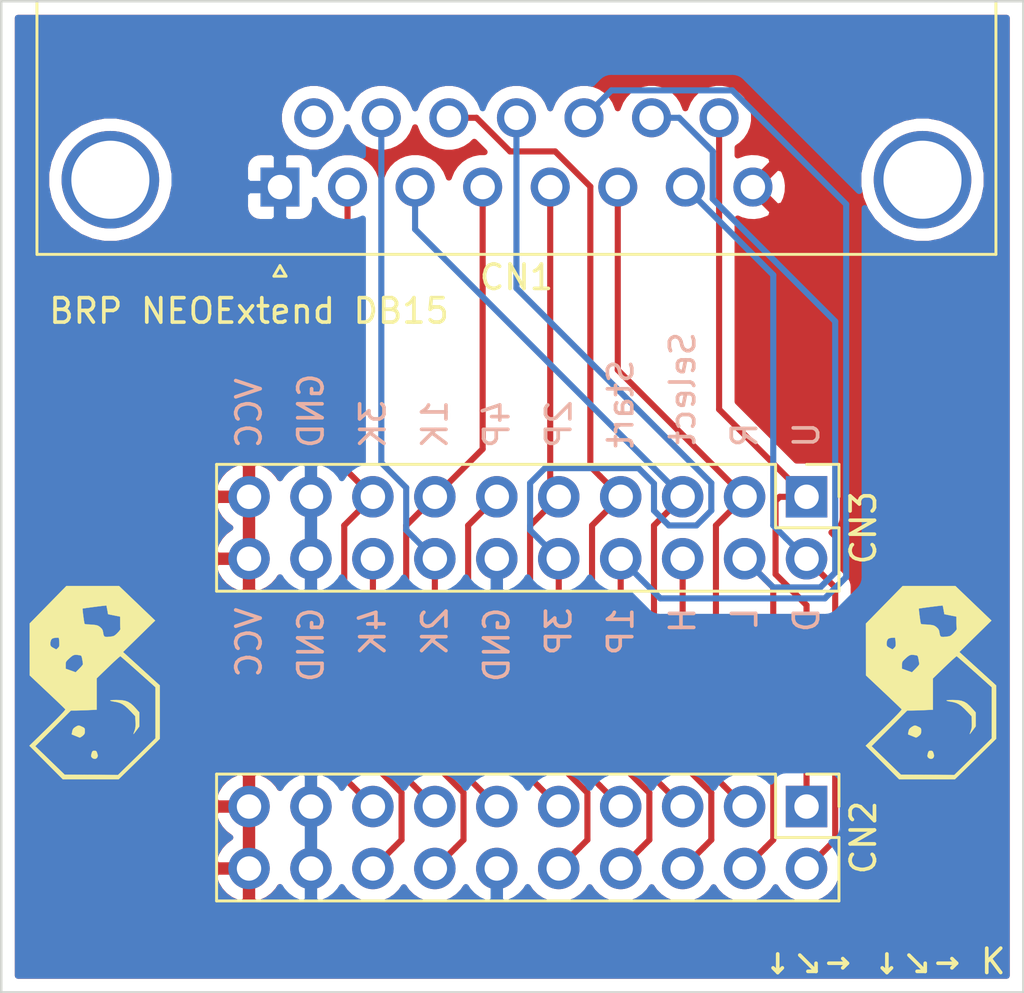
<source format=kicad_pcb>
(kicad_pcb (version 20171130) (host pcbnew "(5.1.5)-3")

  (general
    (thickness 1.6)
    (drawings 26)
    (tracks 124)
    (zones 0)
    (modules 5)
    (nets 19)
  )

  (page A4)
  (layers
    (0 F.Cu signal hide)
    (31 B.Cu signal hide)
    (32 B.Adhes user hide)
    (33 F.Adhes user hide)
    (34 B.Paste user hide)
    (35 F.Paste user hide)
    (36 B.SilkS user)
    (37 F.SilkS user)
    (38 B.Mask user)
    (39 F.Mask user)
    (40 Dwgs.User user hide)
    (41 Cmts.User user hide)
    (42 Eco1.User user hide)
    (43 Eco2.User user hide)
    (44 Edge.Cuts user)
    (45 Margin user hide)
    (46 B.CrtYd user hide)
    (47 F.CrtYd user hide)
    (48 B.Fab user)
    (49 F.Fab user)
  )

  (setup
    (last_trace_width 0.25)
    (trace_clearance 0.2)
    (zone_clearance 0.508)
    (zone_45_only no)
    (trace_min 0.2)
    (via_size 0.8)
    (via_drill 0.4)
    (via_min_size 0.4)
    (via_min_drill 0.3)
    (uvia_size 0.3)
    (uvia_drill 0.1)
    (uvias_allowed no)
    (uvia_min_size 0.2)
    (uvia_min_drill 0.1)
    (edge_width 0.1)
    (segment_width 0.2)
    (pcb_text_width 0.3)
    (pcb_text_size 1.5 1.5)
    (mod_edge_width 0.15)
    (mod_text_size 1 1)
    (mod_text_width 0.15)
    (pad_size 1.524 1.524)
    (pad_drill 0.762)
    (pad_to_mask_clearance 0)
    (aux_axis_origin 0 0)
    (visible_elements 7FFFFFFF)
    (pcbplotparams
      (layerselection 0x010fc_ffffffff)
      (usegerberextensions false)
      (usegerberattributes false)
      (usegerberadvancedattributes false)
      (creategerberjobfile false)
      (excludeedgelayer true)
      (linewidth 0.100000)
      (plotframeref false)
      (viasonmask false)
      (mode 1)
      (useauxorigin false)
      (hpglpennumber 1)
      (hpglpenspeed 20)
      (hpglpendiameter 15.000000)
      (psnegative false)
      (psa4output false)
      (plotreference true)
      (plotvalue true)
      (plotinvisibletext false)
      (padsonsilk false)
      (subtractmaskfromsilk false)
      (outputformat 1)
      (mirror false)
      (drillshape 1)
      (scaleselection 1)
      (outputdirectory ""))
  )

  (net 0 "")
  (net 1 /UP)
  (net 2 /LEFT)
  (net 3 /1P)
  (net 4 /3P)
  (net 5 /START)
  (net 6 /2K)
  (net 7 "Net-(CN1-Pad9)")
  (net 8 /VCC)
  (net 9 /2P)
  (net 10 /RIGHT)
  (net 11 /1K)
  (net 12 /SELECT)
  (net 13 /3K)
  (net 14 /GND)
  (net 15 /4K)
  (net 16 /4P)
  (net 17 /HOME)
  (net 18 /DOWN)

  (net_class Default "This is the default net class."
    (clearance 0.2)
    (trace_width 0.25)
    (via_dia 0.8)
    (via_drill 0.4)
    (uvia_dia 0.3)
    (uvia_drill 0.1)
    (add_net /1K)
    (add_net /1P)
    (add_net /2K)
    (add_net /2P)
    (add_net /3K)
    (add_net /3P)
    (add_net /4K)
    (add_net /4P)
    (add_net /DOWN)
    (add_net /GND)
    (add_net /HOME)
    (add_net /LEFT)
    (add_net /RIGHT)
    (add_net /SELECT)
    (add_net /START)
    (add_net /UP)
    (add_net /VCC)
    (add_net "Net-(CN1-Pad9)")
  )

  (module neoextend:ngface (layer F.Cu) (tedit 0) (tstamp 5EE26A8E)
    (at 157.48 91.44 90)
    (fp_text reference G*** (at 0 0 90) (layer F.SilkS) hide
      (effects (font (size 1.524 1.524) (thickness 0.3)))
    )
    (fp_text value LOGO (at 0.75 0 90) (layer F.SilkS) hide
      (effects (font (size 1.524 1.524) (thickness 0.3)))
    )
    (fp_poly (pts (xy -2.019964 -0.902401) (xy -1.932356 -0.879879) (xy -1.868672 -0.837003) (xy -1.813225 -0.761528)
      (xy -1.792868 -0.725155) (xy -1.765971 -0.671325) (xy -1.757731 -0.630995) (xy -1.769104 -0.584713)
      (xy -1.801047 -0.513027) (xy -1.80356 -0.507661) (xy -1.83943 -0.435224) (xy -1.87013 -0.39754)
      (xy -1.911812 -0.383251) (xy -1.980627 -0.381001) (xy -1.983693 -0.381) (xy -2.062255 -0.385537)
      (xy -2.115055 -0.406658) (xy -2.165694 -0.455631) (xy -2.18289 -0.476099) (xy -2.226707 -0.536445)
      (xy -2.250017 -0.583009) (xy -2.251036 -0.596749) (xy -2.236632 -0.632443) (xy -2.209469 -0.699583)
      (xy -2.180847 -0.77026) (xy -2.1209 -0.91822) (xy -2.019964 -0.902401)) (layer F.SilkS) (width 0.01))
    (fp_poly (pts (xy -2.953705 -0.117227) (xy -2.88925 -0.100265) (xy -2.826704 -0.077915) (xy -2.799788 -0.047007)
      (xy -2.794001 0.009228) (xy -2.794 0.009873) (xy -2.799566 0.065835) (xy -2.825726 0.097531)
      (xy -2.88667 0.121311) (xy -2.892197 0.122979) (xy -2.957475 0.142207) (xy -2.995122 0.148489)
      (xy -3.026527 0.142221) (xy -3.06705 0.126208) (xy -3.11095 0.084987) (xy -3.124598 0.021027)
      (xy -3.107043 -0.046915) (xy -3.07775 -0.084964) (xy -3.041147 -0.114105) (xy -3.005752 -0.124377)
      (xy -2.953705 -0.117227)) (layer F.SilkS) (width 0.01))
    (fp_poly (pts (xy -0.721172 0.68686) (xy -0.714117 0.765431) (xy -0.711254 0.894067) (xy -0.7112 0.918569)
      (xy -0.717652 1.107226) (xy -0.740539 1.258863) (xy -0.785163 1.386026) (xy -0.856823 1.501259)
      (xy -0.96082 1.617107) (xy -1.036246 1.687905) (xy -1.220883 1.8542) (xy -1.793863 1.8542)
      (xy -1.951032 1.737406) (xy -2.025423 1.681194) (xy -2.080797 1.637577) (xy -2.107247 1.614409)
      (xy -2.1082 1.612846) (xy -2.086793 1.616811) (xy -2.031447 1.635118) (xy -1.97485 1.655985)
      (xy -1.893983 1.682092) (xy -1.811729 1.696015) (xy -1.710381 1.699735) (xy -1.608884 1.696923)
      (xy -1.376268 1.686956) (xy -1.189784 1.511352) (xy -1.052743 1.376722) (xy -0.951145 1.261716)
      (xy -0.878893 1.15672) (xy -0.829891 1.052117) (xy -0.798041 0.938293) (xy -0.786779 0.875797)
      (xy -0.765224 0.752822) (xy -0.746953 0.680427) (xy -0.732194 0.658482) (xy -0.721172 0.68686)) (layer F.SilkS) (width 0.01))
    (fp_poly (pts (xy -1.856426 -1.907277) (xy -1.655429 -1.70295) (xy -1.483549 -1.530795) (xy -1.341747 -1.391729)
      (xy -1.230982 -1.286672) (xy -1.152218 -1.216544) (xy -1.106413 -1.182263) (xy -1.095291 -1.17919)
      (xy -1.071575 -1.201343) (xy -1.017036 -1.256423) (xy -0.93562 -1.340317) (xy -0.831274 -1.448916)
      (xy -0.732559 -1.552325) (xy 1.359997 -1.552325) (xy 1.422948 -1.485003) (xy 1.461168 -1.448944)
      (xy 1.500726 -1.429863) (xy 1.557664 -1.423778) (xy 1.648019 -1.426705) (xy 1.655986 -1.427144)
      (xy 1.744364 -1.434074) (xy 1.811148 -1.44306) (xy 1.841404 -1.451939) (xy 1.847009 -1.483813)
      (xy 1.844686 -1.548772) (xy 1.839347 -1.598352) (xy 1.824014 -1.680969) (xy 1.799681 -1.73005)
      (xy 1.757011 -1.762859) (xy 1.747652 -1.767859) (xy 1.669782 -1.792312) (xy 1.583288 -1.798765)
      (xy 1.579622 -1.798493) (xy 1.520734 -1.788272) (xy 1.47979 -1.761356) (xy 1.441242 -1.705143)
      (xy 1.422948 -1.671513) (xy 1.359997 -1.552325) (xy -0.732559 -1.552325) (xy -0.707946 -1.578108)
      (xy -0.56958 -1.723782) (xy -0.420123 -1.881828) (xy -0.38408 -1.920043) (xy 0.296491 -2.641958)
      (xy 1.360296 -2.643268) (xy 2.424102 -2.644579) (xy 3.193251 -1.891644) (xy 3.9624 -1.138708)
      (xy 3.9624 1.022576) (xy 3.51155 1.492722) (xy 3.37069 1.639654) (xy 3.224731 1.791981)
      (xy 3.082628 1.940353) (xy 2.953335 2.075419) (xy 2.845807 2.187829) (xy 2.803224 2.232384)
      (xy 2.545749 2.5019) (xy 1.900905 1.843481) (xy 1.25606 1.185063) (xy 0.571392 1.938731)
      (xy -0.113276 2.6924) (xy -2.303385 2.6924) (xy -2.848653 2.13995) (xy -3.002382 1.984031)
      (xy -3.16024 1.823628) (xy -3.314315 1.666801) (xy -3.456696 1.521612) (xy -3.57947 1.39612)
      (xy -3.674726 1.298386) (xy -3.677627 1.2954) (xy -3.961333 1.0033) (xy -3.961344 0.9779)
      (xy -3.786346 0.9779) (xy -3.033873 1.74625) (xy -2.281401 2.5146) (xy -0.188544 2.5146)
      (xy 0.444172 1.807318) (xy 0.587376 1.646844) (xy 0.719659 1.49785) (xy 0.837233 1.364661)
      (xy 0.93631 1.251601) (xy 1.013102 1.162993) (xy 1.063823 1.103162) (xy 1.084683 1.076431)
      (xy 1.084954 1.075837) (xy 1.070162 1.051817) (xy 1.024342 0.99663) (xy 0.952075 0.91534)
      (xy 0.857943 0.81301) (xy 0.746527 0.694702) (xy 0.6332 0.576618) (xy 0.584926 0.526748)
      (xy 1.872128 0.526748) (xy 1.881496 0.633117) (xy 1.894342 0.731868) (xy 1.911546 0.799145)
      (xy 1.942146 0.853813) (xy 1.99518 0.914739) (xy 2.036851 0.957413) (xy 2.107701 1.023133)
      (xy 2.166592 1.066667) (xy 2.20315 1.080461) (xy 2.205099 1.079945) (xy 2.244546 1.074128)
      (xy 2.321287 1.06963) (xy 2.421821 1.067111) (xy 2.473191 1.0668) (xy 2.707028 1.0668)
      (xy 2.756864 0.819281) (xy 2.8067 0.571763) (xy 2.982098 0.540166) (xy 3.069655 0.523669)
      (xy 3.134541 0.510076) (xy 3.163487 0.502178) (xy 3.163804 0.501934) (xy 3.162646 0.476132)
      (xy 3.155779 0.409441) (xy 3.144416 0.3113) (xy 3.129772 0.191146) (xy 3.113061 0.058415)
      (xy 3.095498 -0.077454) (xy 3.078298 -0.207023) (xy 3.062675 -0.320856) (xy 3.049843 -0.409515)
      (xy 3.041018 -0.463562) (xy 3.037992 -0.475675) (xy 3.010786 -0.476165) (xy 2.945311 -0.470503)
      (xy 2.853506 -0.460259) (xy 2.74731 -0.447005) (xy 2.638663 -0.432313) (xy 2.539505 -0.417755)
      (xy 2.461776 -0.404903) (xy 2.417414 -0.395327) (xy 2.412387 -0.393322) (xy 2.396063 -0.360059)
      (xy 2.387699 -0.297796) (xy 2.387419 -0.284251) (xy 2.384856 -0.208493) (xy 2.378382 -0.106651)
      (xy 2.371075 -0.019366) (xy 2.357632 0.082923) (xy 2.335651 0.154947) (xy 2.297444 0.217233)
      (xy 2.269725 0.251291) (xy 2.204993 0.316544) (xy 2.139876 0.35127) (xy 2.059433 0.36802)
      (xy 1.964259 0.384633) (xy 1.906036 0.409595) (xy 1.877685 0.453451) (xy 1.872128 0.526748)
      (xy 0.584926 0.526748) (xy 0.173379 0.101599) (xy -0.46816 0.1016) (xy -1.109698 0.1016)
      (xy -1.126257 -0.26035) (xy -1.132463 -0.407957) (xy -1.137624 -0.553421) (xy -1.141255 -0.681367)
      (xy -1.142554 -0.757881) (xy 0.424766 -0.757881) (xy 0.573538 -0.607541) (xy 0.646303 -0.538139)
      (xy 0.709074 -0.485694) (xy 0.75114 -0.458924) (xy 0.758276 -0.4572) (xy 0.801047 -0.4616)
      (xy 0.876174 -0.473042) (xy 0.95323 -0.486495) (xy 1.039704 -0.503804) (xy 1.088703 -0.521229)
      (xy 1.112818 -0.547495) (xy 1.124638 -0.591327) (xy 1.127329 -0.607145) (xy 1.142243 -0.720037)
      (xy 1.139264 -0.803335) (xy 1.113031 -0.874272) (xy 1.058181 -0.950085) (xy 1.000564 -1.014553)
      (xy 0.929515 -1.089963) (xy 0.87894 -1.135543) (xy 0.83487 -1.158802) (xy 0.783336 -1.167252)
      (xy 0.714378 -1.1684) (xy 0.570628 -1.1684) (xy 0.497697 -0.963141) (xy 0.424766 -0.757881)
      (xy -1.142554 -0.757881) (xy -1.142869 -0.776418) (xy -1.142908 -0.787565) (xy -1.143 -0.952829)
      (xy -1.87423 -1.683733) (xy -2.60546 -2.414636) (xy -3.771838 -1.21061) (xy -3.786346 0.9779)
      (xy -3.961344 0.9779) (xy -3.961867 -0.139877) (xy -3.9624 -1.283053) (xy -3.27466 -1.968677)
      (xy -2.586919 -2.6543) (xy -1.856426 -1.907277)) (layer F.SilkS) (width 0.01))
  )

  (module neoextend:ngface (layer F.Cu) (tedit 0) (tstamp 5EE26A28)
    (at 123.19 91.44 90)
    (fp_text reference G*** (at 0 0 90) (layer F.SilkS) hide
      (effects (font (size 1.524 1.524) (thickness 0.3)))
    )
    (fp_text value LOGO (at 0.75 0 90) (layer F.SilkS) hide
      (effects (font (size 1.524 1.524) (thickness 0.3)))
    )
    (fp_poly (pts (xy -1.856426 -1.907277) (xy -1.655429 -1.70295) (xy -1.483549 -1.530795) (xy -1.341747 -1.391729)
      (xy -1.230982 -1.286672) (xy -1.152218 -1.216544) (xy -1.106413 -1.182263) (xy -1.095291 -1.17919)
      (xy -1.071575 -1.201343) (xy -1.017036 -1.256423) (xy -0.93562 -1.340317) (xy -0.831274 -1.448916)
      (xy -0.732559 -1.552325) (xy 1.359997 -1.552325) (xy 1.422948 -1.485003) (xy 1.461168 -1.448944)
      (xy 1.500726 -1.429863) (xy 1.557664 -1.423778) (xy 1.648019 -1.426705) (xy 1.655986 -1.427144)
      (xy 1.744364 -1.434074) (xy 1.811148 -1.44306) (xy 1.841404 -1.451939) (xy 1.847009 -1.483813)
      (xy 1.844686 -1.548772) (xy 1.839347 -1.598352) (xy 1.824014 -1.680969) (xy 1.799681 -1.73005)
      (xy 1.757011 -1.762859) (xy 1.747652 -1.767859) (xy 1.669782 -1.792312) (xy 1.583288 -1.798765)
      (xy 1.579622 -1.798493) (xy 1.520734 -1.788272) (xy 1.47979 -1.761356) (xy 1.441242 -1.705143)
      (xy 1.422948 -1.671513) (xy 1.359997 -1.552325) (xy -0.732559 -1.552325) (xy -0.707946 -1.578108)
      (xy -0.56958 -1.723782) (xy -0.420123 -1.881828) (xy -0.38408 -1.920043) (xy 0.296491 -2.641958)
      (xy 1.360296 -2.643268) (xy 2.424102 -2.644579) (xy 3.193251 -1.891644) (xy 3.9624 -1.138708)
      (xy 3.9624 1.022576) (xy 3.51155 1.492722) (xy 3.37069 1.639654) (xy 3.224731 1.791981)
      (xy 3.082628 1.940353) (xy 2.953335 2.075419) (xy 2.845807 2.187829) (xy 2.803224 2.232384)
      (xy 2.545749 2.5019) (xy 1.900905 1.843481) (xy 1.25606 1.185063) (xy 0.571392 1.938731)
      (xy -0.113276 2.6924) (xy -2.303385 2.6924) (xy -2.848653 2.13995) (xy -3.002382 1.984031)
      (xy -3.16024 1.823628) (xy -3.314315 1.666801) (xy -3.456696 1.521612) (xy -3.57947 1.39612)
      (xy -3.674726 1.298386) (xy -3.677627 1.2954) (xy -3.961333 1.0033) (xy -3.961344 0.9779)
      (xy -3.786346 0.9779) (xy -3.033873 1.74625) (xy -2.281401 2.5146) (xy -0.188544 2.5146)
      (xy 0.444172 1.807318) (xy 0.587376 1.646844) (xy 0.719659 1.49785) (xy 0.837233 1.364661)
      (xy 0.93631 1.251601) (xy 1.013102 1.162993) (xy 1.063823 1.103162) (xy 1.084683 1.076431)
      (xy 1.084954 1.075837) (xy 1.070162 1.051817) (xy 1.024342 0.99663) (xy 0.952075 0.91534)
      (xy 0.857943 0.81301) (xy 0.746527 0.694702) (xy 0.6332 0.576618) (xy 0.584926 0.526748)
      (xy 1.872128 0.526748) (xy 1.881496 0.633117) (xy 1.894342 0.731868) (xy 1.911546 0.799145)
      (xy 1.942146 0.853813) (xy 1.99518 0.914739) (xy 2.036851 0.957413) (xy 2.107701 1.023133)
      (xy 2.166592 1.066667) (xy 2.20315 1.080461) (xy 2.205099 1.079945) (xy 2.244546 1.074128)
      (xy 2.321287 1.06963) (xy 2.421821 1.067111) (xy 2.473191 1.0668) (xy 2.707028 1.0668)
      (xy 2.756864 0.819281) (xy 2.8067 0.571763) (xy 2.982098 0.540166) (xy 3.069655 0.523669)
      (xy 3.134541 0.510076) (xy 3.163487 0.502178) (xy 3.163804 0.501934) (xy 3.162646 0.476132)
      (xy 3.155779 0.409441) (xy 3.144416 0.3113) (xy 3.129772 0.191146) (xy 3.113061 0.058415)
      (xy 3.095498 -0.077454) (xy 3.078298 -0.207023) (xy 3.062675 -0.320856) (xy 3.049843 -0.409515)
      (xy 3.041018 -0.463562) (xy 3.037992 -0.475675) (xy 3.010786 -0.476165) (xy 2.945311 -0.470503)
      (xy 2.853506 -0.460259) (xy 2.74731 -0.447005) (xy 2.638663 -0.432313) (xy 2.539505 -0.417755)
      (xy 2.461776 -0.404903) (xy 2.417414 -0.395327) (xy 2.412387 -0.393322) (xy 2.396063 -0.360059)
      (xy 2.387699 -0.297796) (xy 2.387419 -0.284251) (xy 2.384856 -0.208493) (xy 2.378382 -0.106651)
      (xy 2.371075 -0.019366) (xy 2.357632 0.082923) (xy 2.335651 0.154947) (xy 2.297444 0.217233)
      (xy 2.269725 0.251291) (xy 2.204993 0.316544) (xy 2.139876 0.35127) (xy 2.059433 0.36802)
      (xy 1.964259 0.384633) (xy 1.906036 0.409595) (xy 1.877685 0.453451) (xy 1.872128 0.526748)
      (xy 0.584926 0.526748) (xy 0.173379 0.101599) (xy -0.46816 0.1016) (xy -1.109698 0.1016)
      (xy -1.126257 -0.26035) (xy -1.132463 -0.407957) (xy -1.137624 -0.553421) (xy -1.141255 -0.681367)
      (xy -1.142554 -0.757881) (xy 0.424766 -0.757881) (xy 0.573538 -0.607541) (xy 0.646303 -0.538139)
      (xy 0.709074 -0.485694) (xy 0.75114 -0.458924) (xy 0.758276 -0.4572) (xy 0.801047 -0.4616)
      (xy 0.876174 -0.473042) (xy 0.95323 -0.486495) (xy 1.039704 -0.503804) (xy 1.088703 -0.521229)
      (xy 1.112818 -0.547495) (xy 1.124638 -0.591327) (xy 1.127329 -0.607145) (xy 1.142243 -0.720037)
      (xy 1.139264 -0.803335) (xy 1.113031 -0.874272) (xy 1.058181 -0.950085) (xy 1.000564 -1.014553)
      (xy 0.929515 -1.089963) (xy 0.87894 -1.135543) (xy 0.83487 -1.158802) (xy 0.783336 -1.167252)
      (xy 0.714378 -1.1684) (xy 0.570628 -1.1684) (xy 0.497697 -0.963141) (xy 0.424766 -0.757881)
      (xy -1.142554 -0.757881) (xy -1.142869 -0.776418) (xy -1.142908 -0.787565) (xy -1.143 -0.952829)
      (xy -1.87423 -1.683733) (xy -2.60546 -2.414636) (xy -3.771838 -1.21061) (xy -3.786346 0.9779)
      (xy -3.961344 0.9779) (xy -3.961867 -0.139877) (xy -3.9624 -1.283053) (xy -3.27466 -1.968677)
      (xy -2.586919 -2.6543) (xy -1.856426 -1.907277)) (layer F.SilkS) (width 0.01))
    (fp_poly (pts (xy -0.721172 0.68686) (xy -0.714117 0.765431) (xy -0.711254 0.894067) (xy -0.7112 0.918569)
      (xy -0.717652 1.107226) (xy -0.740539 1.258863) (xy -0.785163 1.386026) (xy -0.856823 1.501259)
      (xy -0.96082 1.617107) (xy -1.036246 1.687905) (xy -1.220883 1.8542) (xy -1.793863 1.8542)
      (xy -1.951032 1.737406) (xy -2.025423 1.681194) (xy -2.080797 1.637577) (xy -2.107247 1.614409)
      (xy -2.1082 1.612846) (xy -2.086793 1.616811) (xy -2.031447 1.635118) (xy -1.97485 1.655985)
      (xy -1.893983 1.682092) (xy -1.811729 1.696015) (xy -1.710381 1.699735) (xy -1.608884 1.696923)
      (xy -1.376268 1.686956) (xy -1.189784 1.511352) (xy -1.052743 1.376722) (xy -0.951145 1.261716)
      (xy -0.878893 1.15672) (xy -0.829891 1.052117) (xy -0.798041 0.938293) (xy -0.786779 0.875797)
      (xy -0.765224 0.752822) (xy -0.746953 0.680427) (xy -0.732194 0.658482) (xy -0.721172 0.68686)) (layer F.SilkS) (width 0.01))
    (fp_poly (pts (xy -2.953705 -0.117227) (xy -2.88925 -0.100265) (xy -2.826704 -0.077915) (xy -2.799788 -0.047007)
      (xy -2.794001 0.009228) (xy -2.794 0.009873) (xy -2.799566 0.065835) (xy -2.825726 0.097531)
      (xy -2.88667 0.121311) (xy -2.892197 0.122979) (xy -2.957475 0.142207) (xy -2.995122 0.148489)
      (xy -3.026527 0.142221) (xy -3.06705 0.126208) (xy -3.11095 0.084987) (xy -3.124598 0.021027)
      (xy -3.107043 -0.046915) (xy -3.07775 -0.084964) (xy -3.041147 -0.114105) (xy -3.005752 -0.124377)
      (xy -2.953705 -0.117227)) (layer F.SilkS) (width 0.01))
    (fp_poly (pts (xy -2.019964 -0.902401) (xy -1.932356 -0.879879) (xy -1.868672 -0.837003) (xy -1.813225 -0.761528)
      (xy -1.792868 -0.725155) (xy -1.765971 -0.671325) (xy -1.757731 -0.630995) (xy -1.769104 -0.584713)
      (xy -1.801047 -0.513027) (xy -1.80356 -0.507661) (xy -1.83943 -0.435224) (xy -1.87013 -0.39754)
      (xy -1.911812 -0.383251) (xy -1.980627 -0.381001) (xy -1.983693 -0.381) (xy -2.062255 -0.385537)
      (xy -2.115055 -0.406658) (xy -2.165694 -0.455631) (xy -2.18289 -0.476099) (xy -2.226707 -0.536445)
      (xy -2.250017 -0.583009) (xy -2.251036 -0.596749) (xy -2.236632 -0.632443) (xy -2.209469 -0.699583)
      (xy -2.180847 -0.77026) (xy -2.1209 -0.91822) (xy -2.019964 -0.902401)) (layer F.SilkS) (width 0.01))
  )

  (module Connector_PinHeader_2.54mm:PinHeader_2x10_P2.54mm_Vertical (layer F.Cu) (tedit 59FED5CC) (tstamp 5EE1FDF7)
    (at 152.4 83.82 270)
    (descr "Through hole straight pin header, 2x10, 2.54mm pitch, double rows")
    (tags "Through hole pin header THT 2x10 2.54mm double row")
    (path /5ECA7E7D)
    (fp_text reference CN3 (at 1.27 -2.33 90) (layer F.SilkS)
      (effects (font (size 1 1) (thickness 0.15)))
    )
    (fp_text value "Out 2x10" (at 1.27 25.19 90) (layer F.Fab)
      (effects (font (size 1 1) (thickness 0.15)))
    )
    (fp_text user %R (at 1.27 11.43) (layer F.Fab)
      (effects (font (size 1 1) (thickness 0.15)))
    )
    (fp_line (start 4.35 -1.8) (end -1.8 -1.8) (layer F.CrtYd) (width 0.05))
    (fp_line (start 4.35 24.65) (end 4.35 -1.8) (layer F.CrtYd) (width 0.05))
    (fp_line (start -1.8 24.65) (end 4.35 24.65) (layer F.CrtYd) (width 0.05))
    (fp_line (start -1.8 -1.8) (end -1.8 24.65) (layer F.CrtYd) (width 0.05))
    (fp_line (start -1.33 -1.33) (end 0 -1.33) (layer F.SilkS) (width 0.12))
    (fp_line (start -1.33 0) (end -1.33 -1.33) (layer F.SilkS) (width 0.12))
    (fp_line (start 1.27 -1.33) (end 3.87 -1.33) (layer F.SilkS) (width 0.12))
    (fp_line (start 1.27 1.27) (end 1.27 -1.33) (layer F.SilkS) (width 0.12))
    (fp_line (start -1.33 1.27) (end 1.27 1.27) (layer F.SilkS) (width 0.12))
    (fp_line (start 3.87 -1.33) (end 3.87 24.19) (layer F.SilkS) (width 0.12))
    (fp_line (start -1.33 1.27) (end -1.33 24.19) (layer F.SilkS) (width 0.12))
    (fp_line (start -1.33 24.19) (end 3.87 24.19) (layer F.SilkS) (width 0.12))
    (fp_line (start -1.27 0) (end 0 -1.27) (layer F.Fab) (width 0.1))
    (fp_line (start -1.27 24.13) (end -1.27 0) (layer F.Fab) (width 0.1))
    (fp_line (start 3.81 24.13) (end -1.27 24.13) (layer F.Fab) (width 0.1))
    (fp_line (start 3.81 -1.27) (end 3.81 24.13) (layer F.Fab) (width 0.1))
    (fp_line (start 0 -1.27) (end 3.81 -1.27) (layer F.Fab) (width 0.1))
    (pad 20 thru_hole oval (at 2.54 22.86 270) (size 1.7 1.7) (drill 1) (layers *.Cu *.Mask)
      (net 8 /VCC))
    (pad 19 thru_hole oval (at 0 22.86 270) (size 1.7 1.7) (drill 1) (layers *.Cu *.Mask)
      (net 8 /VCC))
    (pad 18 thru_hole oval (at 2.54 20.32 270) (size 1.7 1.7) (drill 1) (layers *.Cu *.Mask)
      (net 14 /GND))
    (pad 17 thru_hole oval (at 0 20.32 270) (size 1.7 1.7) (drill 1) (layers *.Cu *.Mask)
      (net 14 /GND))
    (pad 16 thru_hole oval (at 2.54 17.78 270) (size 1.7 1.7) (drill 1) (layers *.Cu *.Mask)
      (net 15 /4K))
    (pad 15 thru_hole oval (at 0 17.78 270) (size 1.7 1.7) (drill 1) (layers *.Cu *.Mask)
      (net 13 /3K))
    (pad 14 thru_hole oval (at 2.54 15.24 270) (size 1.7 1.7) (drill 1) (layers *.Cu *.Mask)
      (net 6 /2K))
    (pad 13 thru_hole oval (at 0 15.24 270) (size 1.7 1.7) (drill 1) (layers *.Cu *.Mask)
      (net 11 /1K))
    (pad 12 thru_hole oval (at 2.54 12.7 270) (size 1.7 1.7) (drill 1) (layers *.Cu *.Mask)
      (net 14 /GND))
    (pad 11 thru_hole oval (at 0 12.7 270) (size 1.7 1.7) (drill 1) (layers *.Cu *.Mask)
      (net 16 /4P))
    (pad 10 thru_hole oval (at 2.54 10.16 270) (size 1.7 1.7) (drill 1) (layers *.Cu *.Mask)
      (net 4 /3P))
    (pad 9 thru_hole oval (at 0 10.16 270) (size 1.7 1.7) (drill 1) (layers *.Cu *.Mask)
      (net 9 /2P))
    (pad 8 thru_hole oval (at 2.54 7.62 270) (size 1.7 1.7) (drill 1) (layers *.Cu *.Mask)
      (net 3 /1P))
    (pad 7 thru_hole oval (at 0 7.62 270) (size 1.7 1.7) (drill 1) (layers *.Cu *.Mask)
      (net 5 /START))
    (pad 6 thru_hole oval (at 2.54 5.08 270) (size 1.7 1.7) (drill 1) (layers *.Cu *.Mask)
      (net 17 /HOME))
    (pad 5 thru_hole oval (at 0 5.08 270) (size 1.7 1.7) (drill 1) (layers *.Cu *.Mask)
      (net 12 /SELECT))
    (pad 4 thru_hole oval (at 2.54 2.54 270) (size 1.7 1.7) (drill 1) (layers *.Cu *.Mask)
      (net 2 /LEFT))
    (pad 3 thru_hole oval (at 0 2.54 270) (size 1.7 1.7) (drill 1) (layers *.Cu *.Mask)
      (net 10 /RIGHT))
    (pad 2 thru_hole oval (at 2.54 0 270) (size 1.7 1.7) (drill 1) (layers *.Cu *.Mask)
      (net 18 /DOWN))
    (pad 1 thru_hole rect (at 0 0 270) (size 1.7 1.7) (drill 1) (layers *.Cu *.Mask)
      (net 1 /UP))
    (model ${KISYS3DMOD}/Connector_PinHeader_2.54mm.3dshapes/PinHeader_2x10_P2.54mm_Vertical.wrl
      (at (xyz 0 0 0))
      (scale (xyz 1 1 1))
      (rotate (xyz 0 0 0))
    )
  )

  (module Connector_PinHeader_2.54mm:PinHeader_2x10_P2.54mm_Vertical (layer F.Cu) (tedit 59FED5CC) (tstamp 5EE1FDCD)
    (at 152.4 96.52 270)
    (descr "Through hole straight pin header, 2x10, 2.54mm pitch, double rows")
    (tags "Through hole pin header THT 2x10 2.54mm double row")
    (path /5ECA68A9)
    (fp_text reference CN2 (at 1.27 -2.33 90) (layer F.SilkS)
      (effects (font (size 1 1) (thickness 0.15)))
    )
    (fp_text value "In 2x10" (at 1.27 25.19 90) (layer F.Fab)
      (effects (font (size 1 1) (thickness 0.15)))
    )
    (fp_text user %R (at 1.27 11.43) (layer F.Fab)
      (effects (font (size 1 1) (thickness 0.15)))
    )
    (fp_line (start 4.35 -1.8) (end -1.8 -1.8) (layer F.CrtYd) (width 0.05))
    (fp_line (start 4.35 24.65) (end 4.35 -1.8) (layer F.CrtYd) (width 0.05))
    (fp_line (start -1.8 24.65) (end 4.35 24.65) (layer F.CrtYd) (width 0.05))
    (fp_line (start -1.8 -1.8) (end -1.8 24.65) (layer F.CrtYd) (width 0.05))
    (fp_line (start -1.33 -1.33) (end 0 -1.33) (layer F.SilkS) (width 0.12))
    (fp_line (start -1.33 0) (end -1.33 -1.33) (layer F.SilkS) (width 0.12))
    (fp_line (start 1.27 -1.33) (end 3.87 -1.33) (layer F.SilkS) (width 0.12))
    (fp_line (start 1.27 1.27) (end 1.27 -1.33) (layer F.SilkS) (width 0.12))
    (fp_line (start -1.33 1.27) (end 1.27 1.27) (layer F.SilkS) (width 0.12))
    (fp_line (start 3.87 -1.33) (end 3.87 24.19) (layer F.SilkS) (width 0.12))
    (fp_line (start -1.33 1.27) (end -1.33 24.19) (layer F.SilkS) (width 0.12))
    (fp_line (start -1.33 24.19) (end 3.87 24.19) (layer F.SilkS) (width 0.12))
    (fp_line (start -1.27 0) (end 0 -1.27) (layer F.Fab) (width 0.1))
    (fp_line (start -1.27 24.13) (end -1.27 0) (layer F.Fab) (width 0.1))
    (fp_line (start 3.81 24.13) (end -1.27 24.13) (layer F.Fab) (width 0.1))
    (fp_line (start 3.81 -1.27) (end 3.81 24.13) (layer F.Fab) (width 0.1))
    (fp_line (start 0 -1.27) (end 3.81 -1.27) (layer F.Fab) (width 0.1))
    (pad 20 thru_hole oval (at 2.54 22.86 270) (size 1.7 1.7) (drill 1) (layers *.Cu *.Mask)
      (net 8 /VCC))
    (pad 19 thru_hole oval (at 0 22.86 270) (size 1.7 1.7) (drill 1) (layers *.Cu *.Mask)
      (net 8 /VCC))
    (pad 18 thru_hole oval (at 2.54 20.32 270) (size 1.7 1.7) (drill 1) (layers *.Cu *.Mask)
      (net 14 /GND))
    (pad 17 thru_hole oval (at 0 20.32 270) (size 1.7 1.7) (drill 1) (layers *.Cu *.Mask)
      (net 14 /GND))
    (pad 16 thru_hole oval (at 2.54 17.78 270) (size 1.7 1.7) (drill 1) (layers *.Cu *.Mask)
      (net 15 /4K))
    (pad 15 thru_hole oval (at 0 17.78 270) (size 1.7 1.7) (drill 1) (layers *.Cu *.Mask)
      (net 13 /3K))
    (pad 14 thru_hole oval (at 2.54 15.24 270) (size 1.7 1.7) (drill 1) (layers *.Cu *.Mask)
      (net 6 /2K))
    (pad 13 thru_hole oval (at 0 15.24 270) (size 1.7 1.7) (drill 1) (layers *.Cu *.Mask)
      (net 11 /1K))
    (pad 12 thru_hole oval (at 2.54 12.7 270) (size 1.7 1.7) (drill 1) (layers *.Cu *.Mask)
      (net 14 /GND))
    (pad 11 thru_hole oval (at 0 12.7 270) (size 1.7 1.7) (drill 1) (layers *.Cu *.Mask)
      (net 16 /4P))
    (pad 10 thru_hole oval (at 2.54 10.16 270) (size 1.7 1.7) (drill 1) (layers *.Cu *.Mask)
      (net 4 /3P))
    (pad 9 thru_hole oval (at 0 10.16 270) (size 1.7 1.7) (drill 1) (layers *.Cu *.Mask)
      (net 9 /2P))
    (pad 8 thru_hole oval (at 2.54 7.62 270) (size 1.7 1.7) (drill 1) (layers *.Cu *.Mask)
      (net 3 /1P))
    (pad 7 thru_hole oval (at 0 7.62 270) (size 1.7 1.7) (drill 1) (layers *.Cu *.Mask)
      (net 5 /START))
    (pad 6 thru_hole oval (at 2.54 5.08 270) (size 1.7 1.7) (drill 1) (layers *.Cu *.Mask)
      (net 17 /HOME))
    (pad 5 thru_hole oval (at 0 5.08 270) (size 1.7 1.7) (drill 1) (layers *.Cu *.Mask)
      (net 12 /SELECT))
    (pad 4 thru_hole oval (at 2.54 2.54 270) (size 1.7 1.7) (drill 1) (layers *.Cu *.Mask)
      (net 2 /LEFT))
    (pad 3 thru_hole oval (at 0 2.54 270) (size 1.7 1.7) (drill 1) (layers *.Cu *.Mask)
      (net 10 /RIGHT))
    (pad 2 thru_hole oval (at 2.54 0 270) (size 1.7 1.7) (drill 1) (layers *.Cu *.Mask)
      (net 18 /DOWN))
    (pad 1 thru_hole rect (at 0 0 270) (size 1.7 1.7) (drill 1) (layers *.Cu *.Mask)
      (net 1 /UP))
    (model ${KISYS3DMOD}/Connector_PinHeader_2.54mm.3dshapes/PinHeader_2x10_P2.54mm_Vertical.wrl
      (at (xyz 0 0 0))
      (scale (xyz 1 1 1))
      (rotate (xyz 0 0 0))
    )
  )

  (module Connector_Dsub:DSUB-15_Female_Horizontal_P2.77x2.84mm_EdgePinOffset4.94mm_Housed_MountingHolesOffset7.48mm (layer F.Cu) (tedit 59FEDEE2) (tstamp 5EE1FDA3)
    (at 130.81 71.12 180)
    (descr "15-pin D-Sub connector, horizontal/angled (90 deg), THT-mount, female, pitch 2.77x2.84mm, pin-PCB-offset 4.9399999999999995mm, distance of mounting holes 33.3mm, distance of mounting holes to PCB edge 7.4799999999999995mm, see https://disti-assets.s3.amazonaws.com/tonar/files/datasheets/16730.pdf")
    (tags "15-pin D-Sub connector horizontal angled 90deg THT female pitch 2.77x2.84mm pin-PCB-offset 4.9399999999999995mm mounting-holes-distance 33.3mm mounting-hole-offset 33.3mm")
    (path /5EE22279)
    (fp_text reference CN1 (at -9.695 -3.7) (layer F.SilkS)
      (effects (font (size 1 1) (thickness 0.15)))
    )
    (fp_text value DB15_Female (at -9.695 15.85) (layer F.Fab)
      (effects (font (size 1 1) (thickness 0.15)))
    )
    (fp_text user %R (at -9.695 11.265) (layer F.Fab)
      (effects (font (size 1 1) (thickness 0.15)))
    )
    (fp_line (start 10.45 -3.25) (end -29.8 -3.25) (layer F.CrtYd) (width 0.05))
    (fp_line (start 10.45 14.85) (end 10.45 -3.25) (layer F.CrtYd) (width 0.05))
    (fp_line (start -29.8 14.85) (end 10.45 14.85) (layer F.CrtYd) (width 0.05))
    (fp_line (start -29.8 -3.25) (end -29.8 14.85) (layer F.CrtYd) (width 0.05))
    (fp_line (start 0 -3.221325) (end -0.25 -3.654338) (layer F.SilkS) (width 0.12))
    (fp_line (start 0.25 -3.654338) (end 0 -3.221325) (layer F.SilkS) (width 0.12))
    (fp_line (start -0.25 -3.654338) (end 0.25 -3.654338) (layer F.SilkS) (width 0.12))
    (fp_line (start 9.965 -2.76) (end 9.965 7.72) (layer F.SilkS) (width 0.12))
    (fp_line (start -29.355 -2.76) (end 9.965 -2.76) (layer F.SilkS) (width 0.12))
    (fp_line (start -29.355 7.72) (end -29.355 -2.76) (layer F.SilkS) (width 0.12))
    (fp_line (start 8.555 7.78) (end 8.555 0.3) (layer F.Fab) (width 0.1))
    (fp_line (start 5.355 7.78) (end 5.355 0.3) (layer F.Fab) (width 0.1))
    (fp_line (start -24.745 7.78) (end -24.745 0.3) (layer F.Fab) (width 0.1))
    (fp_line (start -27.945 7.78) (end -27.945 0.3) (layer F.Fab) (width 0.1))
    (fp_line (start 9.455 8.18) (end 4.455 8.18) (layer F.Fab) (width 0.1))
    (fp_line (start 9.455 13.18) (end 9.455 8.18) (layer F.Fab) (width 0.1))
    (fp_line (start 4.455 13.18) (end 9.455 13.18) (layer F.Fab) (width 0.1))
    (fp_line (start 4.455 8.18) (end 4.455 13.18) (layer F.Fab) (width 0.1))
    (fp_line (start -23.845 8.18) (end -28.845 8.18) (layer F.Fab) (width 0.1))
    (fp_line (start -23.845 13.18) (end -23.845 8.18) (layer F.Fab) (width 0.1))
    (fp_line (start -28.845 13.18) (end -23.845 13.18) (layer F.Fab) (width 0.1))
    (fp_line (start -28.845 8.18) (end -28.845 13.18) (layer F.Fab) (width 0.1))
    (fp_line (start 2.605 8.18) (end -21.995 8.18) (layer F.Fab) (width 0.1))
    (fp_line (start 2.605 14.35) (end 2.605 8.18) (layer F.Fab) (width 0.1))
    (fp_line (start -21.995 14.35) (end 2.605 14.35) (layer F.Fab) (width 0.1))
    (fp_line (start -21.995 8.18) (end -21.995 14.35) (layer F.Fab) (width 0.1))
    (fp_line (start 9.905 7.78) (end -29.295 7.78) (layer F.Fab) (width 0.1))
    (fp_line (start 9.905 8.18) (end 9.905 7.78) (layer F.Fab) (width 0.1))
    (fp_line (start -29.295 8.18) (end 9.905 8.18) (layer F.Fab) (width 0.1))
    (fp_line (start -29.295 7.78) (end -29.295 8.18) (layer F.Fab) (width 0.1))
    (fp_line (start 9.905 -2.7) (end -29.295 -2.7) (layer F.Fab) (width 0.1))
    (fp_line (start 9.905 7.78) (end 9.905 -2.7) (layer F.Fab) (width 0.1))
    (fp_line (start -29.295 7.78) (end 9.905 7.78) (layer F.Fab) (width 0.1))
    (fp_line (start -29.295 -2.7) (end -29.295 7.78) (layer F.Fab) (width 0.1))
    (fp_arc (start 6.955 0.3) (end 5.355 0.3) (angle 180) (layer F.Fab) (width 0.1))
    (fp_arc (start -26.345 0.3) (end -27.945 0.3) (angle 180) (layer F.Fab) (width 0.1))
    (pad 0 thru_hole circle (at 6.955 0.3 180) (size 4 4) (drill 3.2) (layers *.Cu *.Mask))
    (pad 0 thru_hole circle (at -26.345 0.3 180) (size 4 4) (drill 3.2) (layers *.Cu *.Mask))
    (pad 15 thru_hole circle (at -18.005 2.84 180) (size 1.6 1.6) (drill 1) (layers *.Cu *.Mask)
      (net 1 /UP))
    (pad 14 thru_hole circle (at -15.235 2.84 180) (size 1.6 1.6) (drill 1) (layers *.Cu *.Mask)
      (net 2 /LEFT))
    (pad 13 thru_hole circle (at -12.465 2.84 180) (size 1.6 1.6) (drill 1) (layers *.Cu *.Mask)
      (net 3 /1P))
    (pad 12 thru_hole circle (at -9.695 2.84 180) (size 1.6 1.6) (drill 1) (layers *.Cu *.Mask)
      (net 4 /3P))
    (pad 11 thru_hole circle (at -6.925 2.84 180) (size 1.6 1.6) (drill 1) (layers *.Cu *.Mask)
      (net 5 /START))
    (pad 10 thru_hole circle (at -4.155 2.84 180) (size 1.6 1.6) (drill 1) (layers *.Cu *.Mask)
      (net 6 /2K))
    (pad 9 thru_hole circle (at -1.385 2.84 180) (size 1.6 1.6) (drill 1) (layers *.Cu *.Mask)
      (net 7 "Net-(CN1-Pad9)"))
    (pad 8 thru_hole circle (at -19.39 0 180) (size 1.6 1.6) (drill 1) (layers *.Cu *.Mask)
      (net 8 /VCC))
    (pad 7 thru_hole circle (at -16.62 0 180) (size 1.6 1.6) (drill 1) (layers *.Cu *.Mask)
      (net 18 /DOWN))
    (pad 6 thru_hole circle (at -13.85 0 180) (size 1.6 1.6) (drill 1) (layers *.Cu *.Mask)
      (net 10 /RIGHT))
    (pad 5 thru_hole circle (at -11.08 0 180) (size 1.6 1.6) (drill 1) (layers *.Cu *.Mask)
      (net 9 /2P))
    (pad 4 thru_hole circle (at -8.31 0 180) (size 1.6 1.6) (drill 1) (layers *.Cu *.Mask)
      (net 11 /1K))
    (pad 3 thru_hole circle (at -5.54 0 180) (size 1.6 1.6) (drill 1) (layers *.Cu *.Mask)
      (net 12 /SELECT))
    (pad 2 thru_hole circle (at -2.77 0 180) (size 1.6 1.6) (drill 1) (layers *.Cu *.Mask)
      (net 13 /3K))
    (pad 1 thru_hole rect (at 0 0 180) (size 1.6 1.6) (drill 1) (layers *.Cu *.Mask)
      (net 14 /GND))
    (model ${KISYS3DMOD}/Connector_Dsub.3dshapes/DSUB-15_Female_Horizontal_P2.77x2.84mm_EdgePinOffset4.94mm_Housed_MountingHolesOffset7.48mm.wrl
      (at (xyz 0 0 0))
      (scale (xyz 1 1 1))
      (rotate (xyz 0 0 0))
    )
  )

  (gr_text H (at 147.32 88.265 90) (layer B.SilkS)
    (effects (font (size 1 1) (thickness 0.15)) (justify left mirror))
  )
  (gr_text D (at 152.4 88.265 90) (layer B.SilkS)
    (effects (font (size 1 1) (thickness 0.15)) (justify left mirror))
  )
  (gr_text L (at 149.86 88.265 90) (layer B.SilkS)
    (effects (font (size 1 1) (thickness 0.15)) (justify left mirror))
  )
  (gr_text 1P (at 144.78 88.265 90) (layer B.SilkS)
    (effects (font (size 1 1) (thickness 0.15)) (justify left mirror))
  )
  (gr_text 3P (at 142.24 88.265 90) (layer B.SilkS)
    (effects (font (size 1 1) (thickness 0.15)) (justify left mirror))
  )
  (gr_text GND (at 139.7 88.265 90) (layer B.SilkS)
    (effects (font (size 1 1) (thickness 0.15)) (justify left mirror))
  )
  (gr_text 2K (at 137.16 88.265 90) (layer B.SilkS)
    (effects (font (size 1 1) (thickness 0.15)) (justify left mirror))
  )
  (gr_text 4K (at 134.62 88.265 90) (layer B.SilkS)
    (effects (font (size 1 1) (thickness 0.15)) (justify left mirror))
  )
  (gr_text GND (at 132.08 88.265 90) (layer B.SilkS)
    (effects (font (size 1 1) (thickness 0.15)) (justify left mirror))
  )
  (gr_text VCC (at 129.54 88.265 90) (layer B.SilkS)
    (effects (font (size 1 1) (thickness 0.15)) (justify left mirror))
  )
  (gr_text VCC (at 129.54 81.915 90) (layer B.SilkS)
    (effects (font (size 1 1) (thickness 0.15)) (justify right mirror))
  )
  (gr_text GND (at 132.08 81.915 90) (layer B.SilkS)
    (effects (font (size 1 1) (thickness 0.15)) (justify right mirror))
  )
  (gr_text 3K (at 134.62 81.915 90) (layer B.SilkS)
    (effects (font (size 1 1) (thickness 0.15)) (justify right mirror))
  )
  (gr_text 1K (at 137.16 81.915 90) (layer B.SilkS)
    (effects (font (size 1 1) (thickness 0.15)) (justify right mirror))
  )
  (gr_text 4P (at 139.7 81.915 90) (layer B.SilkS)
    (effects (font (size 1 1) (thickness 0.15)) (justify right mirror))
  )
  (gr_text 2P (at 142.24 81.915 90) (layer B.SilkS)
    (effects (font (size 1 1) (thickness 0.15)) (justify right mirror))
  )
  (gr_text Start (at 144.78 80.01 90) (layer B.SilkS)
    (effects (font (size 1 1) (thickness 0.15)) (justify mirror))
  )
  (gr_text Select (at 147.32 79.375 90) (layer B.SilkS)
    (effects (font (size 1 1) (thickness 0.15)) (justify mirror))
  )
  (gr_text R (at 149.86 81.28 90) (layer B.SilkS)
    (effects (font (size 1 1) (thickness 0.15)) (justify mirror))
  )
  (gr_text U (at 152.4 81.28 90) (layer B.SilkS)
    (effects (font (size 1 1) (thickness 0.15)) (justify mirror))
  )
  (gr_text "↓↘→ ↓↘→ K" (at 155.575 102.87) (layer F.SilkS)
    (effects (font (size 1 1) (thickness 0.15)))
  )
  (gr_text "BRP NEOExtend DB15" (at 129.54 76.2) (layer F.SilkS)
    (effects (font (size 1 1) (thickness 0.15)))
  )
  (gr_line (start 161.29 63.5) (end 161.29 104.14) (layer Edge.Cuts) (width 0.1))
  (gr_line (start 119.38 63.5) (end 161.29 63.5) (layer Edge.Cuts) (width 0.1))
  (gr_line (start 119.38 104.14) (end 119.38 63.5) (layer Edge.Cuts) (width 0.1))
  (gr_line (start 161.29 104.14) (end 119.38 104.14) (layer Edge.Cuts) (width 0.1))

  (segment (start 152.4 88.26359) (end 152.4 95.42) (width 0.25) (layer F.Cu) (net 1))
  (segment (start 151.13 86.99359) (end 152.4 88.26359) (width 0.25) (layer F.Cu) (net 1))
  (segment (start 152.4 95.42) (end 152.4 96.52) (width 0.25) (layer F.Cu) (net 1))
  (segment (start 151.3 83.82) (end 151.13 83.99) (width 0.25) (layer F.Cu) (net 1))
  (segment (start 151.13 83.99) (end 151.13 86.99359) (width 0.25) (layer F.Cu) (net 1))
  (segment (start 152.4 83.82) (end 151.3 83.82) (width 0.25) (layer F.Cu) (net 1))
  (segment (start 148.815 80.235) (end 152.4 83.82) (width 0.25) (layer F.Cu) (net 1))
  (segment (start 148.815 68.28) (end 148.815 80.235) (width 0.25) (layer F.Cu) (net 1))
  (segment (start 150.709999 98.210001) (end 149.86 99.06) (width 0.25) (layer F.Cu) (net 2))
  (segment (start 151.035001 87.535001) (end 151.035001 97.884999) (width 0.25) (layer F.Cu) (net 2))
  (segment (start 151.035001 97.884999) (end 150.709999 98.210001) (width 0.25) (layer F.Cu) (net 2))
  (segment (start 149.86 86.36) (end 151.035001 87.535001) (width 0.25) (layer F.Cu) (net 2))
  (segment (start 150.709999 87.209999) (end 149.86 86.36) (width 0.25) (layer B.Cu) (net 2))
  (segment (start 151.035001 87.535001) (end 150.709999 87.209999) (width 0.25) (layer B.Cu) (net 2))
  (segment (start 152.964001 87.535001) (end 151.035001 87.535001) (width 0.25) (layer B.Cu) (net 2))
  (segment (start 153.575001 76.628591) (end 153.575001 86.924001) (width 0.25) (layer B.Cu) (net 2))
  (segment (start 148.555001 71.608591) (end 153.575001 76.628591) (width 0.25) (layer B.Cu) (net 2))
  (segment (start 148.555001 69.658631) (end 148.555001 71.608591) (width 0.25) (layer B.Cu) (net 2))
  (segment (start 147.17637 68.28) (end 148.555001 69.658631) (width 0.25) (layer B.Cu) (net 2))
  (segment (start 153.575001 86.924001) (end 152.964001 87.535001) (width 0.25) (layer B.Cu) (net 2))
  (segment (start 146.045 68.28) (end 147.17637 68.28) (width 0.25) (layer B.Cu) (net 2))
  (segment (start 145.955001 97.884999) (end 145.629999 98.210001) (width 0.25) (layer F.Cu) (net 3))
  (segment (start 145.955001 95.955999) (end 145.955001 97.884999) (width 0.25) (layer F.Cu) (net 3))
  (segment (start 144.78 94.780998) (end 145.955001 95.955999) (width 0.25) (layer F.Cu) (net 3))
  (segment (start 145.629999 98.210001) (end 144.78 99.06) (width 0.25) (layer F.Cu) (net 3))
  (segment (start 144.78 86.36) (end 144.78 94.780998) (width 0.25) (layer F.Cu) (net 3))
  (segment (start 146.405011 87.985011) (end 145.629999 87.209999) (width 0.25) (layer B.Cu) (net 3))
  (segment (start 153.150401 87.985011) (end 146.405011 87.985011) (width 0.25) (layer B.Cu) (net 3))
  (segment (start 154.02501 87.110402) (end 153.150401 87.985011) (width 0.25) (layer B.Cu) (net 3))
  (segment (start 154.02501 71.825008) (end 154.02501 87.110402) (width 0.25) (layer B.Cu) (net 3))
  (segment (start 149.355001 67.154999) (end 154.02501 71.825008) (width 0.25) (layer B.Cu) (net 3))
  (segment (start 145.629999 87.209999) (end 144.78 86.36) (width 0.25) (layer B.Cu) (net 3))
  (segment (start 144.400001 67.154999) (end 149.355001 67.154999) (width 0.25) (layer B.Cu) (net 3))
  (segment (start 143.275 68.28) (end 144.400001 67.154999) (width 0.25) (layer B.Cu) (net 3))
  (segment (start 143.415001 97.884999) (end 143.089999 98.210001) (width 0.25) (layer F.Cu) (net 4))
  (segment (start 143.089999 98.210001) (end 142.24 99.06) (width 0.25) (layer F.Cu) (net 4))
  (segment (start 143.415001 95.955999) (end 143.415001 97.884999) (width 0.25) (layer F.Cu) (net 4))
  (segment (start 142.24 94.780998) (end 143.415001 95.955999) (width 0.25) (layer F.Cu) (net 4))
  (segment (start 142.24 86.36) (end 142.24 94.780998) (width 0.25) (layer F.Cu) (net 4))
  (segment (start 141.064999 83.255999) (end 141.064999 85.184999) (width 0.25) (layer B.Cu) (net 4))
  (segment (start 141.675999 82.644999) (end 141.064999 83.255999) (width 0.25) (layer B.Cu) (net 4))
  (segment (start 146.144999 83.281409) (end 145.508589 82.644999) (width 0.25) (layer B.Cu) (net 4))
  (segment (start 146.144999 84.384001) (end 146.144999 83.281409) (width 0.25) (layer B.Cu) (net 4))
  (segment (start 146.755999 84.995001) (end 146.144999 84.384001) (width 0.25) (layer B.Cu) (net 4))
  (segment (start 141.064999 85.184999) (end 141.390001 85.510001) (width 0.25) (layer B.Cu) (net 4))
  (segment (start 147.884001 84.995001) (end 146.755999 84.995001) (width 0.25) (layer B.Cu) (net 4))
  (segment (start 141.390001 85.510001) (end 142.24 86.36) (width 0.25) (layer B.Cu) (net 4))
  (segment (start 148.495001 84.384001) (end 147.884001 84.995001) (width 0.25) (layer B.Cu) (net 4))
  (segment (start 145.508589 82.644999) (end 141.675999 82.644999) (width 0.25) (layer B.Cu) (net 4))
  (segment (start 148.495001 83.255999) (end 148.495001 84.384001) (width 0.25) (layer B.Cu) (net 4))
  (segment (start 140.505 75.265998) (end 148.495001 83.255999) (width 0.25) (layer B.Cu) (net 4))
  (segment (start 140.505 68.28) (end 140.505 75.265998) (width 0.25) (layer B.Cu) (net 4))
  (segment (start 143.930001 95.670001) (end 144.78 96.52) (width 0.25) (layer F.Cu) (net 5))
  (segment (start 143.604999 95.344999) (end 143.930001 95.670001) (width 0.25) (layer F.Cu) (net 5))
  (segment (start 143.604999 84.995001) (end 143.604999 95.344999) (width 0.25) (layer F.Cu) (net 5))
  (segment (start 144.78 83.82) (end 143.604999 84.995001) (width 0.25) (layer F.Cu) (net 5))
  (segment (start 143.930001 82.970001) (end 144.78 83.82) (width 0.25) (layer F.Cu) (net 5))
  (segment (start 143.534999 82.574999) (end 143.930001 82.970001) (width 0.25) (layer F.Cu) (net 5))
  (segment (start 142.093633 69.658631) (end 143.534999 71.099997) (width 0.25) (layer F.Cu) (net 5))
  (segment (start 143.534999 71.099997) (end 143.534999 82.574999) (width 0.25) (layer F.Cu) (net 5))
  (segment (start 140.245001 69.658631) (end 142.093633 69.658631) (width 0.25) (layer F.Cu) (net 5))
  (segment (start 138.86637 68.28) (end 140.245001 69.658631) (width 0.25) (layer F.Cu) (net 5))
  (segment (start 137.735 68.28) (end 138.86637 68.28) (width 0.25) (layer F.Cu) (net 5))
  (segment (start 138.009999 98.210001) (end 137.16 99.06) (width 0.25) (layer F.Cu) (net 6))
  (segment (start 138.335001 97.884999) (end 138.009999 98.210001) (width 0.25) (layer F.Cu) (net 6))
  (segment (start 138.335001 95.955999) (end 138.335001 97.884999) (width 0.25) (layer F.Cu) (net 6))
  (segment (start 137.16 94.780998) (end 138.335001 95.955999) (width 0.25) (layer F.Cu) (net 6))
  (segment (start 137.16 86.36) (end 137.16 94.780998) (width 0.25) (layer F.Cu) (net 6))
  (segment (start 136.310001 85.510001) (end 137.16 86.36) (width 0.25) (layer B.Cu) (net 6))
  (segment (start 135.984999 83.445997) (end 135.984999 85.184999) (width 0.25) (layer B.Cu) (net 6))
  (segment (start 135.984999 85.184999) (end 136.310001 85.510001) (width 0.25) (layer B.Cu) (net 6))
  (segment (start 134.965 82.425998) (end 135.984999 83.445997) (width 0.25) (layer B.Cu) (net 6))
  (segment (start 134.965 68.28) (end 134.965 82.425998) (width 0.25) (layer B.Cu) (net 6))
  (segment (start 141.390001 95.670001) (end 142.24 96.52) (width 0.25) (layer F.Cu) (net 9))
  (segment (start 141.064999 95.344999) (end 141.390001 95.670001) (width 0.25) (layer F.Cu) (net 9))
  (segment (start 141.064999 84.995001) (end 141.064999 95.344999) (width 0.25) (layer F.Cu) (net 9))
  (segment (start 142.24 83.82) (end 141.064999 84.995001) (width 0.25) (layer F.Cu) (net 9))
  (segment (start 141.89 83.47) (end 142.24 83.82) (width 0.25) (layer F.Cu) (net 9))
  (segment (start 141.89 71.12) (end 141.89 83.47) (width 0.25) (layer F.Cu) (net 9))
  (segment (start 149.010001 95.670001) (end 149.86 96.52) (width 0.25) (layer F.Cu) (net 10))
  (segment (start 148.684999 95.344999) (end 149.010001 95.670001) (width 0.25) (layer F.Cu) (net 10))
  (segment (start 148.684999 84.995001) (end 148.684999 95.344999) (width 0.25) (layer F.Cu) (net 10))
  (segment (start 149.86 83.82) (end 148.684999 84.995001) (width 0.25) (layer F.Cu) (net 10))
  (segment (start 144.66 78.62) (end 149.86 83.82) (width 0.25) (layer F.Cu) (net 10))
  (segment (start 144.66 71.12) (end 144.66 78.62) (width 0.25) (layer F.Cu) (net 10))
  (segment (start 136.310001 95.670001) (end 137.16 96.52) (width 0.25) (layer F.Cu) (net 11))
  (segment (start 135.984999 95.344999) (end 136.310001 95.670001) (width 0.25) (layer F.Cu) (net 11))
  (segment (start 135.984999 84.995001) (end 135.984999 95.344999) (width 0.25) (layer F.Cu) (net 11))
  (segment (start 137.16 83.82) (end 135.984999 84.995001) (width 0.25) (layer F.Cu) (net 11))
  (segment (start 139.12 81.86) (end 137.16 83.82) (width 0.25) (layer F.Cu) (net 11))
  (segment (start 139.12 71.12) (end 139.12 81.86) (width 0.25) (layer F.Cu) (net 11))
  (segment (start 146.144999 95.344999) (end 146.470001 95.670001) (width 0.25) (layer F.Cu) (net 12))
  (segment (start 146.470001 95.670001) (end 147.32 96.52) (width 0.25) (layer F.Cu) (net 12))
  (segment (start 146.144999 84.995001) (end 146.144999 95.344999) (width 0.25) (layer F.Cu) (net 12))
  (segment (start 147.32 83.82) (end 146.144999 84.995001) (width 0.25) (layer F.Cu) (net 12))
  (segment (start 136.35 72.85) (end 147.32 83.82) (width 0.25) (layer B.Cu) (net 12))
  (segment (start 136.35 71.12) (end 136.35 72.85) (width 0.25) (layer B.Cu) (net 12))
  (segment (start 133.770001 95.670001) (end 134.62 96.52) (width 0.25) (layer F.Cu) (net 13))
  (segment (start 133.444999 95.344999) (end 133.770001 95.670001) (width 0.25) (layer F.Cu) (net 13))
  (segment (start 133.444999 84.995001) (end 133.444999 95.344999) (width 0.25) (layer F.Cu) (net 13))
  (segment (start 134.62 83.82) (end 133.444999 84.995001) (width 0.25) (layer F.Cu) (net 13))
  (segment (start 133.58 82.78) (end 134.62 83.82) (width 0.25) (layer F.Cu) (net 13))
  (segment (start 133.58 71.12) (end 133.58 82.78) (width 0.25) (layer F.Cu) (net 13))
  (segment (start 135.469999 98.210001) (end 134.62 99.06) (width 0.25) (layer F.Cu) (net 15))
  (segment (start 135.795001 97.884999) (end 135.469999 98.210001) (width 0.25) (layer F.Cu) (net 15))
  (segment (start 134.62 94.780998) (end 135.795001 95.955999) (width 0.25) (layer F.Cu) (net 15))
  (segment (start 135.795001 95.955999) (end 135.795001 97.884999) (width 0.25) (layer F.Cu) (net 15))
  (segment (start 134.62 86.36) (end 134.62 94.780998) (width 0.25) (layer F.Cu) (net 15))
  (segment (start 138.850001 95.670001) (end 139.7 96.52) (width 0.25) (layer F.Cu) (net 16))
  (segment (start 138.524999 95.344999) (end 138.850001 95.670001) (width 0.25) (layer F.Cu) (net 16))
  (segment (start 138.524999 84.995001) (end 138.524999 95.344999) (width 0.25) (layer F.Cu) (net 16))
  (segment (start 139.7 83.82) (end 138.524999 84.995001) (width 0.25) (layer F.Cu) (net 16))
  (segment (start 148.169999 98.210001) (end 147.32 99.06) (width 0.25) (layer F.Cu) (net 17))
  (segment (start 148.495001 95.955999) (end 148.495001 97.884999) (width 0.25) (layer F.Cu) (net 17))
  (segment (start 147.32 94.780998) (end 148.495001 95.955999) (width 0.25) (layer F.Cu) (net 17))
  (segment (start 148.495001 97.884999) (end 148.169999 98.210001) (width 0.25) (layer F.Cu) (net 17))
  (segment (start 147.32 86.36) (end 147.32 94.780998) (width 0.25) (layer F.Cu) (net 17))
  (segment (start 153.575001 97.884999) (end 152.4 99.06) (width 0.25) (layer F.Cu) (net 18))
  (segment (start 152.4 86.36) (end 153.575001 87.535001) (width 0.25) (layer F.Cu) (net 18))
  (segment (start 153.575001 87.535001) (end 153.575001 97.884999) (width 0.25) (layer F.Cu) (net 18))
  (segment (start 151.550001 85.510001) (end 152.4 86.36) (width 0.25) (layer B.Cu) (net 18))
  (segment (start 151.035001 74.725001) (end 151.035001 84.995001) (width 0.25) (layer B.Cu) (net 18))
  (segment (start 151.035001 84.995001) (end 151.550001 85.510001) (width 0.25) (layer B.Cu) (net 18))
  (segment (start 147.43 71.12) (end 151.035001 74.725001) (width 0.25) (layer B.Cu) (net 18))

  (zone (net 8) (net_name /VCC) (layer F.Cu) (tstamp 0) (hatch edge 0.508)
    (connect_pads (clearance 0.508))
    (min_thickness 0.254)
    (fill yes (arc_segments 32) (thermal_gap 0.508) (thermal_bridge_width 0.508))
    (polygon
      (pts
        (xy 161.29 104.14) (xy 119.38 104.14) (xy 119.38 63.5) (xy 161.29 63.5)
      )
    )
    (filled_polygon
      (pts
        (xy 160.605001 103.455) (xy 120.065 103.455) (xy 120.065 99.416891) (xy 128.098519 99.416891) (xy 128.195843 99.691252)
        (xy 128.344822 99.941355) (xy 128.539731 100.157588) (xy 128.77308 100.331641) (xy 129.035901 100.456825) (xy 129.18311 100.501476)
        (xy 129.413 100.380155) (xy 129.413 99.187) (xy 128.219186 99.187) (xy 128.098519 99.416891) (xy 120.065 99.416891)
        (xy 120.065 96.876891) (xy 128.098519 96.876891) (xy 128.195843 97.151252) (xy 128.344822 97.401355) (xy 128.539731 97.617588)
        (xy 128.77088 97.79) (xy 128.539731 97.962412) (xy 128.344822 98.178645) (xy 128.195843 98.428748) (xy 128.098519 98.703109)
        (xy 128.219186 98.933) (xy 129.413 98.933) (xy 129.413 96.647) (xy 128.219186 96.647) (xy 128.098519 96.876891)
        (xy 120.065 96.876891) (xy 120.065 96.163109) (xy 128.098519 96.163109) (xy 128.219186 96.393) (xy 129.413 96.393)
        (xy 129.413 95.199845) (xy 129.18311 95.078524) (xy 129.035901 95.123175) (xy 128.77308 95.248359) (xy 128.539731 95.422412)
        (xy 128.344822 95.638645) (xy 128.195843 95.888748) (xy 128.098519 96.163109) (xy 120.065 96.163109) (xy 120.065 86.716891)
        (xy 128.098519 86.716891) (xy 128.195843 86.991252) (xy 128.344822 87.241355) (xy 128.539731 87.457588) (xy 128.77308 87.631641)
        (xy 129.035901 87.756825) (xy 129.18311 87.801476) (xy 129.413 87.680155) (xy 129.413 86.487) (xy 128.219186 86.487)
        (xy 128.098519 86.716891) (xy 120.065 86.716891) (xy 120.065 84.176891) (xy 128.098519 84.176891) (xy 128.195843 84.451252)
        (xy 128.344822 84.701355) (xy 128.539731 84.917588) (xy 128.77088 85.09) (xy 128.539731 85.262412) (xy 128.344822 85.478645)
        (xy 128.195843 85.728748) (xy 128.098519 86.003109) (xy 128.219186 86.233) (xy 129.413 86.233) (xy 129.413 83.947)
        (xy 128.219186 83.947) (xy 128.098519 84.176891) (xy 120.065 84.176891) (xy 120.065 83.463109) (xy 128.098519 83.463109)
        (xy 128.219186 83.693) (xy 129.413 83.693) (xy 129.413 82.499845) (xy 129.18311 82.378524) (xy 129.035901 82.423175)
        (xy 128.77308 82.548359) (xy 128.539731 82.722412) (xy 128.344822 82.938645) (xy 128.195843 83.188748) (xy 128.098519 83.463109)
        (xy 120.065 83.463109) (xy 120.065 70.560475) (xy 121.22 70.560475) (xy 121.22 71.079525) (xy 121.321261 71.588601)
        (xy 121.519893 72.068141) (xy 121.808262 72.499715) (xy 122.175285 72.866738) (xy 122.606859 73.155107) (xy 123.086399 73.353739)
        (xy 123.595475 73.455) (xy 124.114525 73.455) (xy 124.623601 73.353739) (xy 125.103141 73.155107) (xy 125.534715 72.866738)
        (xy 125.901738 72.499715) (xy 126.190107 72.068141) (xy 126.388739 71.588601) (xy 126.49 71.079525) (xy 126.49 70.560475)
        (xy 126.442167 70.32) (xy 129.371928 70.32) (xy 129.371928 71.92) (xy 129.384188 72.044482) (xy 129.420498 72.16418)
        (xy 129.479463 72.274494) (xy 129.558815 72.371185) (xy 129.655506 72.450537) (xy 129.76582 72.509502) (xy 129.885518 72.545812)
        (xy 130.01 72.558072) (xy 131.61 72.558072) (xy 131.734482 72.545812) (xy 131.85418 72.509502) (xy 131.964494 72.450537)
        (xy 132.061185 72.371185) (xy 132.140537 72.274494) (xy 132.199502 72.16418) (xy 132.235812 72.044482) (xy 132.248072 71.92)
        (xy 132.248072 71.654275) (xy 132.30832 71.799727) (xy 132.465363 72.034759) (xy 132.665241 72.234637) (xy 132.82 72.338043)
        (xy 132.820001 82.528459) (xy 132.783411 82.50401) (xy 132.513158 82.392068) (xy 132.22626 82.335) (xy 131.93374 82.335)
        (xy 131.646842 82.392068) (xy 131.376589 82.50401) (xy 131.133368 82.666525) (xy 130.926525 82.873368) (xy 130.804805 83.055534)
        (xy 130.735178 82.938645) (xy 130.540269 82.722412) (xy 130.30692 82.548359) (xy 130.044099 82.423175) (xy 129.89689 82.378524)
        (xy 129.667 82.499845) (xy 129.667 83.693) (xy 129.687 83.693) (xy 129.687 83.947) (xy 129.667 83.947)
        (xy 129.667 86.233) (xy 129.687 86.233) (xy 129.687 86.487) (xy 129.667 86.487) (xy 129.667 87.680155)
        (xy 129.89689 87.801476) (xy 130.044099 87.756825) (xy 130.30692 87.631641) (xy 130.540269 87.457588) (xy 130.735178 87.241355)
        (xy 130.804805 87.124466) (xy 130.926525 87.306632) (xy 131.133368 87.513475) (xy 131.376589 87.67599) (xy 131.646842 87.787932)
        (xy 131.93374 87.845) (xy 132.22626 87.845) (xy 132.513158 87.787932) (xy 132.684999 87.716753) (xy 132.685 95.163247)
        (xy 132.513158 95.092068) (xy 132.22626 95.035) (xy 131.93374 95.035) (xy 131.646842 95.092068) (xy 131.376589 95.20401)
        (xy 131.133368 95.366525) (xy 130.926525 95.573368) (xy 130.804805 95.755534) (xy 130.735178 95.638645) (xy 130.540269 95.422412)
        (xy 130.30692 95.248359) (xy 130.044099 95.123175) (xy 129.89689 95.078524) (xy 129.667 95.199845) (xy 129.667 96.393)
        (xy 129.687 96.393) (xy 129.687 96.647) (xy 129.667 96.647) (xy 129.667 98.933) (xy 129.687 98.933)
        (xy 129.687 99.187) (xy 129.667 99.187) (xy 129.667 100.380155) (xy 129.89689 100.501476) (xy 130.044099 100.456825)
        (xy 130.30692 100.331641) (xy 130.540269 100.157588) (xy 130.735178 99.941355) (xy 130.804805 99.824466) (xy 130.926525 100.006632)
        (xy 131.133368 100.213475) (xy 131.376589 100.37599) (xy 131.646842 100.487932) (xy 131.93374 100.545) (xy 132.22626 100.545)
        (xy 132.513158 100.487932) (xy 132.783411 100.37599) (xy 133.026632 100.213475) (xy 133.233475 100.006632) (xy 133.35 99.83224)
        (xy 133.466525 100.006632) (xy 133.673368 100.213475) (xy 133.916589 100.37599) (xy 134.186842 100.487932) (xy 134.47374 100.545)
        (xy 134.76626 100.545) (xy 135.053158 100.487932) (xy 135.323411 100.37599) (xy 135.566632 100.213475) (xy 135.773475 100.006632)
        (xy 135.89 99.83224) (xy 136.006525 100.006632) (xy 136.213368 100.213475) (xy 136.456589 100.37599) (xy 136.726842 100.487932)
        (xy 137.01374 100.545) (xy 137.30626 100.545) (xy 137.593158 100.487932) (xy 137.863411 100.37599) (xy 138.106632 100.213475)
        (xy 138.313475 100.006632) (xy 138.43 99.83224) (xy 138.546525 100.006632) (xy 138.753368 100.213475) (xy 138.996589 100.37599)
        (xy 139.266842 100.487932) (xy 139.55374 100.545) (xy 139.84626 100.545) (xy 140.133158 100.487932) (xy 140.403411 100.37599)
        (xy 140.646632 100.213475) (xy 140.853475 100.006632) (xy 140.97 99.83224) (xy 141.086525 100.006632) (xy 141.293368 100.213475)
        (xy 141.536589 100.37599) (xy 141.806842 100.487932) (xy 142.09374 100.545) (xy 142.38626 100.545) (xy 142.673158 100.487932)
        (xy 142.943411 100.37599) (xy 143.186632 100.213475) (xy 143.393475 100.006632) (xy 143.51 99.83224) (xy 143.626525 100.006632)
        (xy 143.833368 100.213475) (xy 144.076589 100.37599) (xy 144.346842 100.487932) (xy 144.63374 100.545) (xy 144.92626 100.545)
        (xy 145.213158 100.487932) (xy 145.483411 100.37599) (xy 145.726632 100.213475) (xy 145.933475 100.006632) (xy 146.05 99.83224)
        (xy 146.166525 100.006632) (xy 146.373368 100.213475) (xy 146.616589 100.37599) (xy 146.886842 100.487932) (xy 147.17374 100.545)
        (xy 147.46626 100.545) (xy 147.753158 100.487932) (xy 148.023411 100.37599) (xy 148.266632 100.213475) (xy 148.473475 100.006632)
        (xy 148.59 99.83224) (xy 148.706525 100.006632) (xy 148.913368 100.213475) (xy 149.156589 100.37599) (xy 149.426842 100.487932)
        (xy 149.71374 100.545) (xy 150.00626 100.545) (xy 150.293158 100.487932) (xy 150.563411 100.37599) (xy 150.806632 100.213475)
        (xy 151.013475 100.006632) (xy 151.13 99.83224) (xy 151.246525 100.006632) (xy 151.453368 100.213475) (xy 151.696589 100.37599)
        (xy 151.966842 100.487932) (xy 152.25374 100.545) (xy 152.54626 100.545) (xy 152.833158 100.487932) (xy 153.103411 100.37599)
        (xy 153.346632 100.213475) (xy 153.553475 100.006632) (xy 153.71599 99.763411) (xy 153.827932 99.493158) (xy 153.885 99.20626)
        (xy 153.885 98.91374) (xy 153.84121 98.693592) (xy 154.086004 98.448798) (xy 154.115002 98.425) (xy 154.209975 98.309275)
        (xy 154.280547 98.177246) (xy 154.324004 98.033985) (xy 154.335001 97.922332) (xy 154.335001 97.922323) (xy 154.338677 97.885)
        (xy 154.335001 97.847677) (xy 154.335001 87.572323) (xy 154.338677 87.535) (xy 154.335001 87.497677) (xy 154.335001 87.497668)
        (xy 154.324004 87.386015) (xy 154.280547 87.242754) (xy 154.209975 87.110725) (xy 154.115002 86.995) (xy 154.086005 86.971203)
        (xy 153.84121 86.726408) (xy 153.885 86.50626) (xy 153.885 86.21374) (xy 153.827932 85.926842) (xy 153.71599 85.656589)
        (xy 153.553475 85.413368) (xy 153.42162 85.281513) (xy 153.49418 85.259502) (xy 153.604494 85.200537) (xy 153.701185 85.121185)
        (xy 153.780537 85.024494) (xy 153.839502 84.91418) (xy 153.875812 84.794482) (xy 153.888072 84.67) (xy 153.888072 82.97)
        (xy 153.875812 82.845518) (xy 153.839502 82.72582) (xy 153.780537 82.615506) (xy 153.701185 82.518815) (xy 153.604494 82.439463)
        (xy 153.49418 82.380498) (xy 153.374482 82.344188) (xy 153.25 82.331928) (xy 151.98673 82.331928) (xy 149.575 79.920199)
        (xy 149.575 72.411802) (xy 149.713996 72.477571) (xy 149.988184 72.5463) (xy 150.270512 72.560217) (xy 150.55013 72.518787)
        (xy 150.816292 72.423603) (xy 150.941514 72.356671) (xy 151.013097 72.112702) (xy 150.2 71.299605) (xy 150.185858 71.313748)
        (xy 150.006253 71.134143) (xy 150.020395 71.12) (xy 150.379605 71.12) (xy 151.192702 71.933097) (xy 151.436671 71.861514)
        (xy 151.557571 71.606004) (xy 151.6263 71.331816) (xy 151.640217 71.049488) (xy 151.598787 70.76987) (xy 151.523904 70.560475)
        (xy 154.52 70.560475) (xy 154.52 71.079525) (xy 154.621261 71.588601) (xy 154.819893 72.068141) (xy 155.108262 72.499715)
        (xy 155.475285 72.866738) (xy 155.906859 73.155107) (xy 156.386399 73.353739) (xy 156.895475 73.455) (xy 157.414525 73.455)
        (xy 157.923601 73.353739) (xy 158.403141 73.155107) (xy 158.834715 72.866738) (xy 159.201738 72.499715) (xy 159.490107 72.068141)
        (xy 159.688739 71.588601) (xy 159.79 71.079525) (xy 159.79 70.560475) (xy 159.688739 70.051399) (xy 159.490107 69.571859)
        (xy 159.201738 69.140285) (xy 158.834715 68.773262) (xy 158.403141 68.484893) (xy 157.923601 68.286261) (xy 157.414525 68.185)
        (xy 156.895475 68.185) (xy 156.386399 68.286261) (xy 155.906859 68.484893) (xy 155.475285 68.773262) (xy 155.108262 69.140285)
        (xy 154.819893 69.571859) (xy 154.621261 70.051399) (xy 154.52 70.560475) (xy 151.523904 70.560475) (xy 151.503603 70.503708)
        (xy 151.436671 70.378486) (xy 151.192702 70.306903) (xy 150.379605 71.12) (xy 150.020395 71.12) (xy 150.006253 71.105858)
        (xy 150.185858 70.926253) (xy 150.2 70.940395) (xy 151.013097 70.127298) (xy 150.941514 69.883329) (xy 150.686004 69.762429)
        (xy 150.411816 69.6937) (xy 150.129488 69.679783) (xy 149.84987 69.721213) (xy 149.583708 69.816397) (xy 149.575 69.821051)
        (xy 149.575 69.498043) (xy 149.729759 69.394637) (xy 149.929637 69.194759) (xy 150.08668 68.959727) (xy 150.194853 68.698574)
        (xy 150.25 68.421335) (xy 150.25 68.138665) (xy 150.194853 67.861426) (xy 150.08668 67.600273) (xy 149.929637 67.365241)
        (xy 149.729759 67.165363) (xy 149.494727 67.00832) (xy 149.233574 66.900147) (xy 148.956335 66.845) (xy 148.673665 66.845)
        (xy 148.396426 66.900147) (xy 148.135273 67.00832) (xy 147.900241 67.165363) (xy 147.700363 67.365241) (xy 147.54332 67.600273)
        (xy 147.435147 67.861426) (xy 147.43 67.887301) (xy 147.424853 67.861426) (xy 147.31668 67.600273) (xy 147.159637 67.365241)
        (xy 146.959759 67.165363) (xy 146.724727 67.00832) (xy 146.463574 66.900147) (xy 146.186335 66.845) (xy 145.903665 66.845)
        (xy 145.626426 66.900147) (xy 145.365273 67.00832) (xy 145.130241 67.165363) (xy 144.930363 67.365241) (xy 144.77332 67.600273)
        (xy 144.665147 67.861426) (xy 144.66 67.887301) (xy 144.654853 67.861426) (xy 144.54668 67.600273) (xy 144.389637 67.365241)
        (xy 144.189759 67.165363) (xy 143.954727 67.00832) (xy 143.693574 66.900147) (xy 143.416335 66.845) (xy 143.133665 66.845)
        (xy 142.856426 66.900147) (xy 142.595273 67.00832) (xy 142.360241 67.165363) (xy 142.160363 67.365241) (xy 142.00332 67.600273)
        (xy 141.895147 67.861426) (xy 141.89 67.887301) (xy 141.884853 67.861426) (xy 141.77668 67.600273) (xy 141.619637 67.365241)
        (xy 141.419759 67.165363) (xy 141.184727 67.00832) (xy 140.923574 66.900147) (xy 140.646335 66.845) (xy 140.363665 66.845)
        (xy 140.086426 66.900147) (xy 139.825273 67.00832) (xy 139.590241 67.165363) (xy 139.390363 67.365241) (xy 139.23332 67.600273)
        (xy 139.228535 67.611826) (xy 139.158617 67.574454) (xy 139.015356 67.530997) (xy 138.956519 67.525202) (xy 138.849637 67.365241)
        (xy 138.649759 67.165363) (xy 138.414727 67.00832) (xy 138.153574 66.900147) (xy 137.876335 66.845) (xy 137.593665 66.845)
        (xy 137.316426 66.900147) (xy 137.055273 67.00832) (xy 136.820241 67.165363) (xy 136.620363 67.365241) (xy 136.46332 67.600273)
        (xy 136.355147 67.861426) (xy 136.35 67.887301) (xy 136.344853 67.861426) (xy 136.23668 67.600273) (xy 136.079637 67.365241)
        (xy 135.879759 67.165363) (xy 135.644727 67.00832) (xy 135.383574 66.900147) (xy 135.106335 66.845) (xy 134.823665 66.845)
        (xy 134.546426 66.900147) (xy 134.285273 67.00832) (xy 134.050241 67.165363) (xy 133.850363 67.365241) (xy 133.69332 67.600273)
        (xy 133.585147 67.861426) (xy 133.58 67.887301) (xy 133.574853 67.861426) (xy 133.46668 67.600273) (xy 133.309637 67.365241)
        (xy 133.109759 67.165363) (xy 132.874727 67.00832) (xy 132.613574 66.900147) (xy 132.336335 66.845) (xy 132.053665 66.845)
        (xy 131.776426 66.900147) (xy 131.515273 67.00832) (xy 131.280241 67.165363) (xy 131.080363 67.365241) (xy 130.92332 67.600273)
        (xy 130.815147 67.861426) (xy 130.76 68.138665) (xy 130.76 68.421335) (xy 130.815147 68.698574) (xy 130.92332 68.959727)
        (xy 131.080363 69.194759) (xy 131.280241 69.394637) (xy 131.515273 69.55168) (xy 131.776426 69.659853) (xy 132.053665 69.715)
        (xy 132.336335 69.715) (xy 132.613574 69.659853) (xy 132.874727 69.55168) (xy 133.109759 69.394637) (xy 133.309637 69.194759)
        (xy 133.46668 68.959727) (xy 133.574853 68.698574) (xy 133.58 68.672699) (xy 133.585147 68.698574) (xy 133.69332 68.959727)
        (xy 133.850363 69.194759) (xy 134.050241 69.394637) (xy 134.285273 69.55168) (xy 134.546426 69.659853) (xy 134.823665 69.715)
        (xy 135.106335 69.715) (xy 135.383574 69.659853) (xy 135.644727 69.55168) (xy 135.879759 69.394637) (xy 136.079637 69.194759)
        (xy 136.23668 68.959727) (xy 136.344853 68.698574) (xy 136.35 68.672699) (xy 136.355147 68.698574) (xy 136.46332 68.959727)
        (xy 136.620363 69.194759) (xy 136.820241 69.394637) (xy 137.055273 69.55168) (xy 137.316426 69.659853) (xy 137.593665 69.715)
        (xy 137.876335 69.715) (xy 138.153574 69.659853) (xy 138.414727 69.55168) (xy 138.649759 69.394637) (xy 138.777982 69.266414)
        (xy 139.196568 69.685) (xy 138.978665 69.685) (xy 138.701426 69.740147) (xy 138.440273 69.84832) (xy 138.205241 70.005363)
        (xy 138.005363 70.205241) (xy 137.84832 70.440273) (xy 137.740147 70.701426) (xy 137.735 70.727301) (xy 137.729853 70.701426)
        (xy 137.62168 70.440273) (xy 137.464637 70.205241) (xy 137.264759 70.005363) (xy 137.029727 69.84832) (xy 136.768574 69.740147)
        (xy 136.491335 69.685) (xy 136.208665 69.685) (xy 135.931426 69.740147) (xy 135.670273 69.84832) (xy 135.435241 70.005363)
        (xy 135.235363 70.205241) (xy 135.07832 70.440273) (xy 134.970147 70.701426) (xy 134.965 70.727301) (xy 134.959853 70.701426)
        (xy 134.85168 70.440273) (xy 134.694637 70.205241) (xy 134.494759 70.005363) (xy 134.259727 69.84832) (xy 133.998574 69.740147)
        (xy 133.721335 69.685) (xy 133.438665 69.685) (xy 133.161426 69.740147) (xy 132.900273 69.84832) (xy 132.665241 70.005363)
        (xy 132.465363 70.205241) (xy 132.30832 70.440273) (xy 132.248072 70.585725) (xy 132.248072 70.32) (xy 132.235812 70.195518)
        (xy 132.199502 70.07582) (xy 132.140537 69.965506) (xy 132.061185 69.868815) (xy 131.964494 69.789463) (xy 131.85418 69.730498)
        (xy 131.734482 69.694188) (xy 131.61 69.681928) (xy 130.01 69.681928) (xy 129.885518 69.694188) (xy 129.76582 69.730498)
        (xy 129.655506 69.789463) (xy 129.558815 69.868815) (xy 129.479463 69.965506) (xy 129.420498 70.07582) (xy 129.384188 70.195518)
        (xy 129.371928 70.32) (xy 126.442167 70.32) (xy 126.388739 70.051399) (xy 126.190107 69.571859) (xy 125.901738 69.140285)
        (xy 125.534715 68.773262) (xy 125.103141 68.484893) (xy 124.623601 68.286261) (xy 124.114525 68.185) (xy 123.595475 68.185)
        (xy 123.086399 68.286261) (xy 122.606859 68.484893) (xy 122.175285 68.773262) (xy 121.808262 69.140285) (xy 121.519893 69.571859)
        (xy 121.321261 70.051399) (xy 121.22 70.560475) (xy 120.065 70.560475) (xy 120.065 64.185) (xy 160.605 64.185)
      )
    )
  )
  (zone (net 14) (net_name /GND) (layer B.Cu) (tstamp 0) (hatch edge 0.508)
    (connect_pads (clearance 0.508))
    (min_thickness 0.254)
    (fill yes (arc_segments 32) (thermal_gap 0.508) (thermal_bridge_width 0.508))
    (polygon
      (pts
        (xy 161.29 104.14) (xy 119.38 104.14) (xy 119.38 63.5) (xy 161.29 63.5)
      )
    )
    (filled_polygon
      (pts
        (xy 160.605001 103.455) (xy 120.065 103.455) (xy 120.065 96.37374) (xy 128.055 96.37374) (xy 128.055 96.66626)
        (xy 128.112068 96.953158) (xy 128.22401 97.223411) (xy 128.386525 97.466632) (xy 128.593368 97.673475) (xy 128.76776 97.79)
        (xy 128.593368 97.906525) (xy 128.386525 98.113368) (xy 128.22401 98.356589) (xy 128.112068 98.626842) (xy 128.055 98.91374)
        (xy 128.055 99.20626) (xy 128.112068 99.493158) (xy 128.22401 99.763411) (xy 128.386525 100.006632) (xy 128.593368 100.213475)
        (xy 128.836589 100.37599) (xy 129.106842 100.487932) (xy 129.39374 100.545) (xy 129.68626 100.545) (xy 129.973158 100.487932)
        (xy 130.243411 100.37599) (xy 130.486632 100.213475) (xy 130.693475 100.006632) (xy 130.815195 99.824466) (xy 130.884822 99.941355)
        (xy 131.079731 100.157588) (xy 131.31308 100.331641) (xy 131.575901 100.456825) (xy 131.72311 100.501476) (xy 131.953 100.380155)
        (xy 131.953 99.187) (xy 131.933 99.187) (xy 131.933 98.933) (xy 131.953 98.933) (xy 131.953 96.647)
        (xy 131.933 96.647) (xy 131.933 96.393) (xy 131.953 96.393) (xy 131.953 95.199845) (xy 132.207 95.199845)
        (xy 132.207 96.393) (xy 132.227 96.393) (xy 132.227 96.647) (xy 132.207 96.647) (xy 132.207 98.933)
        (xy 132.227 98.933) (xy 132.227 99.187) (xy 132.207 99.187) (xy 132.207 100.380155) (xy 132.43689 100.501476)
        (xy 132.584099 100.456825) (xy 132.84692 100.331641) (xy 133.080269 100.157588) (xy 133.275178 99.941355) (xy 133.344805 99.824466)
        (xy 133.466525 100.006632) (xy 133.673368 100.213475) (xy 133.916589 100.37599) (xy 134.186842 100.487932) (xy 134.47374 100.545)
        (xy 134.76626 100.545) (xy 135.053158 100.487932) (xy 135.323411 100.37599) (xy 135.566632 100.213475) (xy 135.773475 100.006632)
        (xy 135.89 99.83224) (xy 136.006525 100.006632) (xy 136.213368 100.213475) (xy 136.456589 100.37599) (xy 136.726842 100.487932)
        (xy 137.01374 100.545) (xy 137.30626 100.545) (xy 137.593158 100.487932) (xy 137.863411 100.37599) (xy 138.106632 100.213475)
        (xy 138.313475 100.006632) (xy 138.435195 99.824466) (xy 138.504822 99.941355) (xy 138.699731 100.157588) (xy 138.93308 100.331641)
        (xy 139.195901 100.456825) (xy 139.34311 100.501476) (xy 139.573 100.380155) (xy 139.573 99.187) (xy 139.553 99.187)
        (xy 139.553 98.933) (xy 139.573 98.933) (xy 139.573 98.913) (xy 139.827 98.913) (xy 139.827 98.933)
        (xy 139.847 98.933) (xy 139.847 99.187) (xy 139.827 99.187) (xy 139.827 100.380155) (xy 140.05689 100.501476)
        (xy 140.204099 100.456825) (xy 140.46692 100.331641) (xy 140.700269 100.157588) (xy 140.895178 99.941355) (xy 140.964805 99.824466)
        (xy 141.086525 100.006632) (xy 141.293368 100.213475) (xy 141.536589 100.37599) (xy 141.806842 100.487932) (xy 142.09374 100.545)
        (xy 142.38626 100.545) (xy 142.673158 100.487932) (xy 142.943411 100.37599) (xy 143.186632 100.213475) (xy 143.393475 100.006632)
        (xy 143.51 99.83224) (xy 143.626525 100.006632) (xy 143.833368 100.213475) (xy 144.076589 100.37599) (xy 144.346842 100.487932)
        (xy 144.63374 100.545) (xy 144.92626 100.545) (xy 145.213158 100.487932) (xy 145.483411 100.37599) (xy 145.726632 100.213475)
        (xy 145.933475 100.006632) (xy 146.05 99.83224) (xy 146.166525 100.006632) (xy 146.373368 100.213475) (xy 146.616589 100.37599)
        (xy 146.886842 100.487932) (xy 147.17374 100.545) (xy 147.46626 100.545) (xy 147.753158 100.487932) (xy 148.023411 100.37599)
        (xy 148.266632 100.213475) (xy 148.473475 100.006632) (xy 148.59 99.83224) (xy 148.706525 100.006632) (xy 148.913368 100.213475)
        (xy 149.156589 100.37599) (xy 149.426842 100.487932) (xy 149.71374 100.545) (xy 150.00626 100.545) (xy 150.293158 100.487932)
        (xy 150.563411 100.37599) (xy 150.806632 100.213475) (xy 151.013475 100.006632) (xy 151.13 99.83224) (xy 151.246525 100.006632)
        (xy 151.453368 100.213475) (xy 151.696589 100.37599) (xy 151.966842 100.487932) (xy 152.25374 100.545) (xy 152.54626 100.545)
        (xy 152.833158 100.487932) (xy 153.103411 100.37599) (xy 153.346632 100.213475) (xy 153.553475 100.006632) (xy 153.71599 99.763411)
        (xy 153.827932 99.493158) (xy 153.885 99.20626) (xy 153.885 98.91374) (xy 153.827932 98.626842) (xy 153.71599 98.356589)
        (xy 153.553475 98.113368) (xy 153.42162 97.981513) (xy 153.49418 97.959502) (xy 153.604494 97.900537) (xy 153.701185 97.821185)
        (xy 153.780537 97.724494) (xy 153.839502 97.61418) (xy 153.875812 97.494482) (xy 153.888072 97.37) (xy 153.888072 95.67)
        (xy 153.875812 95.545518) (xy 153.839502 95.42582) (xy 153.780537 95.315506) (xy 153.701185 95.218815) (xy 153.604494 95.139463)
        (xy 153.49418 95.080498) (xy 153.374482 95.044188) (xy 153.25 95.031928) (xy 151.55 95.031928) (xy 151.425518 95.044188)
        (xy 151.30582 95.080498) (xy 151.195506 95.139463) (xy 151.098815 95.218815) (xy 151.019463 95.315506) (xy 150.960498 95.42582)
        (xy 150.938487 95.49838) (xy 150.806632 95.366525) (xy 150.563411 95.20401) (xy 150.293158 95.092068) (xy 150.00626 95.035)
        (xy 149.71374 95.035) (xy 149.426842 95.092068) (xy 149.156589 95.20401) (xy 148.913368 95.366525) (xy 148.706525 95.573368)
        (xy 148.59 95.74776) (xy 148.473475 95.573368) (xy 148.266632 95.366525) (xy 148.023411 95.20401) (xy 147.753158 95.092068)
        (xy 147.46626 95.035) (xy 147.17374 95.035) (xy 146.886842 95.092068) (xy 146.616589 95.20401) (xy 146.373368 95.366525)
        (xy 146.166525 95.573368) (xy 146.05 95.74776) (xy 145.933475 95.573368) (xy 145.726632 95.366525) (xy 145.483411 95.20401)
        (xy 145.213158 95.092068) (xy 144.92626 95.035) (xy 144.63374 95.035) (xy 144.346842 95.092068) (xy 144.076589 95.20401)
        (xy 143.833368 95.366525) (xy 143.626525 95.573368) (xy 143.51 95.74776) (xy 143.393475 95.573368) (xy 143.186632 95.366525)
        (xy 142.943411 95.20401) (xy 142.673158 95.092068) (xy 142.38626 95.035) (xy 142.09374 95.035) (xy 141.806842 95.092068)
        (xy 141.536589 95.20401) (xy 141.293368 95.366525) (xy 141.086525 95.573368) (xy 140.97 95.74776) (xy 140.853475 95.573368)
        (xy 140.646632 95.366525) (xy 140.403411 95.20401) (xy 140.133158 95.092068) (xy 139.84626 95.035) (xy 139.55374 95.035)
        (xy 139.266842 95.092068) (xy 138.996589 95.20401) (xy 138.753368 95.366525) (xy 138.546525 95.573368) (xy 138.43 95.74776)
        (xy 138.313475 95.573368) (xy 138.106632 95.366525) (xy 137.863411 95.20401) (xy 137.593158 95.092068) (xy 137.30626 95.035)
        (xy 137.01374 95.035) (xy 136.726842 95.092068) (xy 136.456589 95.20401) (xy 136.213368 95.366525) (xy 136.006525 95.573368)
        (xy 135.89 95.74776) (xy 135.773475 95.573368) (xy 135.566632 95.366525) (xy 135.323411 95.20401) (xy 135.053158 95.092068)
        (xy 134.76626 95.035) (xy 134.47374 95.035) (xy 134.186842 95.092068) (xy 133.916589 95.20401) (xy 133.673368 95.366525)
        (xy 133.466525 95.573368) (xy 133.344805 95.755534) (xy 133.275178 95.638645) (xy 133.080269 95.422412) (xy 132.84692 95.248359)
        (xy 132.584099 95.123175) (xy 132.43689 95.078524) (xy 132.207 95.199845) (xy 131.953 95.199845) (xy 131.72311 95.078524)
        (xy 131.575901 95.123175) (xy 131.31308 95.248359) (xy 131.079731 95.422412) (xy 130.884822 95.638645) (xy 130.815195 95.755534)
        (xy 130.693475 95.573368) (xy 130.486632 95.366525) (xy 130.243411 95.20401) (xy 129.973158 95.092068) (xy 129.68626 95.035)
        (xy 129.39374 95.035) (xy 129.106842 95.092068) (xy 128.836589 95.20401) (xy 128.593368 95.366525) (xy 128.386525 95.573368)
        (xy 128.22401 95.816589) (xy 128.112068 96.086842) (xy 128.055 96.37374) (xy 120.065 96.37374) (xy 120.065 83.67374)
        (xy 128.055 83.67374) (xy 128.055 83.96626) (xy 128.112068 84.253158) (xy 128.22401 84.523411) (xy 128.386525 84.766632)
        (xy 128.593368 84.973475) (xy 128.76776 85.09) (xy 128.593368 85.206525) (xy 128.386525 85.413368) (xy 128.22401 85.656589)
        (xy 128.112068 85.926842) (xy 128.055 86.21374) (xy 128.055 86.50626) (xy 128.112068 86.793158) (xy 128.22401 87.063411)
        (xy 128.386525 87.306632) (xy 128.593368 87.513475) (xy 128.836589 87.67599) (xy 129.106842 87.787932) (xy 129.39374 87.845)
        (xy 129.68626 87.845) (xy 129.973158 87.787932) (xy 130.243411 87.67599) (xy 130.486632 87.513475) (xy 130.693475 87.306632)
        (xy 130.815195 87.124466) (xy 130.884822 87.241355) (xy 131.079731 87.457588) (xy 131.31308 87.631641) (xy 131.575901 87.756825)
        (xy 131.72311 87.801476) (xy 131.953 87.680155) (xy 131.953 86.487) (xy 131.933 86.487) (xy 131.933 86.233)
        (xy 131.953 86.233) (xy 131.953 83.947) (xy 131.933 83.947) (xy 131.933 83.693) (xy 131.953 83.693)
        (xy 131.953 82.499845) (xy 131.72311 82.378524) (xy 131.575901 82.423175) (xy 131.31308 82.548359) (xy 131.079731 82.722412)
        (xy 130.884822 82.938645) (xy 130.815195 83.055534) (xy 130.693475 82.873368) (xy 130.486632 82.666525) (xy 130.243411 82.50401)
        (xy 129.973158 82.392068) (xy 129.68626 82.335) (xy 129.39374 82.335) (xy 129.106842 82.392068) (xy 128.836589 82.50401)
        (xy 128.593368 82.666525) (xy 128.386525 82.873368) (xy 128.22401 83.116589) (xy 128.112068 83.386842) (xy 128.055 83.67374)
        (xy 120.065 83.67374) (xy 120.065 70.560475) (xy 121.22 70.560475) (xy 121.22 71.079525) (xy 121.321261 71.588601)
        (xy 121.519893 72.068141) (xy 121.808262 72.499715) (xy 122.175285 72.866738) (xy 122.606859 73.155107) (xy 123.086399 73.353739)
        (xy 123.595475 73.455) (xy 124.114525 73.455) (xy 124.623601 73.353739) (xy 125.103141 73.155107) (xy 125.534715 72.866738)
        (xy 125.901738 72.499715) (xy 126.190107 72.068141) (xy 126.251469 71.92) (xy 129.371928 71.92) (xy 129.384188 72.044482)
        (xy 129.420498 72.16418) (xy 129.479463 72.274494) (xy 129.558815 72.371185) (xy 129.655506 72.450537) (xy 129.76582 72.509502)
        (xy 129.885518 72.545812) (xy 130.01 72.558072) (xy 130.52425 72.555) (xy 130.683 72.39625) (xy 130.683 71.247)
        (xy 129.53375 71.247) (xy 129.375 71.40575) (xy 129.371928 71.92) (xy 126.251469 71.92) (xy 126.388739 71.588601)
        (xy 126.49 71.079525) (xy 126.49 70.560475) (xy 126.442167 70.32) (xy 129.371928 70.32) (xy 129.375 70.83425)
        (xy 129.53375 70.993) (xy 130.683 70.993) (xy 130.683 69.84375) (xy 130.52425 69.685) (xy 130.01 69.681928)
        (xy 129.885518 69.694188) (xy 129.76582 69.730498) (xy 129.655506 69.789463) (xy 129.558815 69.868815) (xy 129.479463 69.965506)
        (xy 129.420498 70.07582) (xy 129.384188 70.195518) (xy 129.371928 70.32) (xy 126.442167 70.32) (xy 126.388739 70.051399)
        (xy 126.190107 69.571859) (xy 125.901738 69.140285) (xy 125.534715 68.773262) (xy 125.103141 68.484893) (xy 124.623601 68.286261)
        (xy 124.114525 68.185) (xy 123.595475 68.185) (xy 123.086399 68.286261) (xy 122.606859 68.484893) (xy 122.175285 68.773262)
        (xy 121.808262 69.140285) (xy 121.519893 69.571859) (xy 121.321261 70.051399) (xy 121.22 70.560475) (xy 120.065 70.560475)
        (xy 120.065 68.138665) (xy 130.76 68.138665) (xy 130.76 68.421335) (xy 130.815147 68.698574) (xy 130.92332 68.959727)
        (xy 131.080363 69.194759) (xy 131.280241 69.394637) (xy 131.515273 69.55168) (xy 131.776426 69.659853) (xy 132.053665 69.715)
        (xy 132.336335 69.715) (xy 132.613574 69.659853) (xy 132.874727 69.55168) (xy 133.109759 69.394637) (xy 133.309637 69.194759)
        (xy 133.46668 68.959727) (xy 133.574853 68.698574) (xy 133.58 68.672699) (xy 133.585147 68.698574) (xy 133.69332 68.959727)
        (xy 133.850363 69.194759) (xy 134.050241 69.394637) (xy 134.205 69.498043) (xy 134.205 69.825651) (xy 133.998574 69.740147)
        (xy 133.721335 69.685) (xy 133.438665 69.685) (xy 133.161426 69.740147) (xy 132.900273 69.84832) (xy 132.665241 70.005363)
        (xy 132.465363 70.205241) (xy 132.30832 70.440273) (xy 132.246461 70.589613) (xy 132.248072 70.32) (xy 132.235812 70.195518)
        (xy 132.199502 70.07582) (xy 132.140537 69.965506) (xy 132.061185 69.868815) (xy 131.964494 69.789463) (xy 131.85418 69.730498)
        (xy 131.734482 69.694188) (xy 131.61 69.681928) (xy 131.09575 69.685) (xy 130.937 69.84375) (xy 130.937 70.993)
        (xy 130.957 70.993) (xy 130.957 71.247) (xy 130.937 71.247) (xy 130.937 72.39625) (xy 131.09575 72.555)
        (xy 131.61 72.558072) (xy 131.734482 72.545812) (xy 131.85418 72.509502) (xy 131.964494 72.450537) (xy 132.061185 72.371185)
        (xy 132.140537 72.274494) (xy 132.199502 72.16418) (xy 132.235812 72.044482) (xy 132.248072 71.92) (xy 132.246461 71.650387)
        (xy 132.30832 71.799727) (xy 132.465363 72.034759) (xy 132.665241 72.234637) (xy 132.900273 72.39168) (xy 133.161426 72.499853)
        (xy 133.438665 72.555) (xy 133.721335 72.555) (xy 133.998574 72.499853) (xy 134.205 72.414349) (xy 134.205001 82.388456)
        (xy 134.186842 82.392068) (xy 133.916589 82.50401) (xy 133.673368 82.666525) (xy 133.466525 82.873368) (xy 133.344805 83.055534)
        (xy 133.275178 82.938645) (xy 133.080269 82.722412) (xy 132.84692 82.548359) (xy 132.584099 82.423175) (xy 132.43689 82.378524)
        (xy 132.207 82.499845) (xy 132.207 83.693) (xy 132.227 83.693) (xy 132.227 83.947) (xy 132.207 83.947)
        (xy 132.207 86.233) (xy 132.227 86.233) (xy 132.227 86.487) (xy 132.207 86.487) (xy 132.207 87.680155)
        (xy 132.43689 87.801476) (xy 132.584099 87.756825) (xy 132.84692 87.631641) (xy 133.080269 87.457588) (xy 133.275178 87.241355)
        (xy 133.344805 87.124466) (xy 133.466525 87.306632) (xy 133.673368 87.513475) (xy 133.916589 87.67599) (xy 134.186842 87.787932)
        (xy 134.47374 87.845) (xy 134.76626 87.845) (xy 135.053158 87.787932) (xy 135.323411 87.67599) (xy 135.566632 87.513475)
        (xy 135.773475 87.306632) (xy 135.89 87.13224) (xy 136.006525 87.306632) (xy 136.213368 87.513475) (xy 136.456589 87.67599)
        (xy 136.726842 87.787932) (xy 137.01374 87.845) (xy 137.30626 87.845) (xy 137.593158 87.787932) (xy 137.863411 87.67599)
        (xy 138.106632 87.513475) (xy 138.313475 87.306632) (xy 138.435195 87.124466) (xy 138.504822 87.241355) (xy 138.699731 87.457588)
        (xy 138.93308 87.631641) (xy 139.195901 87.756825) (xy 139.34311 87.801476) (xy 139.573 87.680155) (xy 139.573 86.487)
        (xy 139.553 86.487) (xy 139.553 86.233) (xy 139.573 86.233) (xy 139.573 86.213) (xy 139.827 86.213)
        (xy 139.827 86.233) (xy 139.847 86.233) (xy 139.847 86.487) (xy 139.827 86.487) (xy 139.827 87.680155)
        (xy 140.05689 87.801476) (xy 140.204099 87.756825) (xy 140.46692 87.631641) (xy 140.700269 87.457588) (xy 140.895178 87.241355)
        (xy 140.964805 87.124466) (xy 141.086525 87.306632) (xy 141.293368 87.513475) (xy 141.536589 87.67599) (xy 141.806842 87.787932)
        (xy 142.09374 87.845) (xy 142.38626 87.845) (xy 142.673158 87.787932) (xy 142.943411 87.67599) (xy 143.186632 87.513475)
        (xy 143.393475 87.306632) (xy 143.51 87.13224) (xy 143.626525 87.306632) (xy 143.833368 87.513475) (xy 144.076589 87.67599)
        (xy 144.346842 87.787932) (xy 144.63374 87.845) (xy 144.92626 87.845) (xy 145.146408 87.801209) (xy 145.841216 88.496019)
        (xy 145.86501 88.525012) (xy 145.894003 88.548806) (xy 145.894007 88.54881) (xy 145.964696 88.606822) (xy 145.980735 88.619985)
        (xy 146.112764 88.690557) (xy 146.256025 88.734014) (xy 146.367678 88.745011) (xy 146.367687 88.745011) (xy 146.40501 88.748687)
        (xy 146.442333 88.745011) (xy 153.113079 88.745011) (xy 153.150401 88.748687) (xy 153.187723 88.745011) (xy 153.187734 88.745011)
        (xy 153.299387 88.734014) (xy 153.442648 88.690557) (xy 153.574677 88.619985) (xy 153.690402 88.525012) (xy 153.714204 88.496009)
        (xy 154.536013 87.674201) (xy 154.565011 87.650403) (xy 154.6386 87.560735) (xy 154.659984 87.534679) (xy 154.730556 87.402649)
        (xy 154.747049 87.348277) (xy 154.774013 87.259388) (xy 154.78501 87.147735) (xy 154.78501 87.147725) (xy 154.788686 87.110402)
        (xy 154.78501 87.073079) (xy 154.78501 71.983926) (xy 154.819893 72.068141) (xy 155.108262 72.499715) (xy 155.475285 72.866738)
        (xy 155.906859 73.155107) (xy 156.386399 73.353739) (xy 156.895475 73.455) (xy 157.414525 73.455) (xy 157.923601 73.353739)
        (xy 158.403141 73.155107) (xy 158.834715 72.866738) (xy 159.201738 72.499715) (xy 159.490107 72.068141) (xy 159.688739 71.588601)
        (xy 159.79 71.079525) (xy 159.79 70.560475) (xy 159.688739 70.051399) (xy 159.490107 69.571859) (xy 159.201738 69.140285)
        (xy 158.834715 68.773262) (xy 158.403141 68.484893) (xy 157.923601 68.286261) (xy 157.414525 68.185) (xy 156.895475 68.185)
        (xy 156.386399 68.286261) (xy 155.906859 68.484893) (xy 155.475285 68.773262) (xy 155.108262 69.140285) (xy 154.819893 69.571859)
        (xy 154.621261 70.051399) (xy 154.52 70.560475) (xy 154.52 71.079525) (xy 154.560065 71.280948) (xy 154.536014 71.26121)
        (xy 149.918805 66.644002) (xy 149.895002 66.614998) (xy 149.779277 66.520025) (xy 149.647248 66.449453) (xy 149.503987 66.405996)
        (xy 149.392334 66.394999) (xy 149.392323 66.394999) (xy 149.355001 66.391323) (xy 149.317679 66.394999) (xy 144.437326 66.394999)
        (xy 144.400001 66.391323) (xy 144.362676 66.394999) (xy 144.362668 66.394999) (xy 144.251015 66.405996) (xy 144.107754 66.449453)
        (xy 143.975725 66.520025) (xy 143.86 66.614998) (xy 143.836202 66.643996) (xy 143.598886 66.881312) (xy 143.416335 66.845)
        (xy 143.133665 66.845) (xy 142.856426 66.900147) (xy 142.595273 67.00832) (xy 142.360241 67.165363) (xy 142.160363 67.365241)
        (xy 142.00332 67.600273) (xy 141.895147 67.861426) (xy 141.89 67.887301) (xy 141.884853 67.861426) (xy 141.77668 67.600273)
        (xy 141.619637 67.365241) (xy 141.419759 67.165363) (xy 141.184727 67.00832) (xy 140.923574 66.900147) (xy 140.646335 66.845)
        (xy 140.363665 66.845) (xy 140.086426 66.900147) (xy 139.825273 67.00832) (xy 139.590241 67.165363) (xy 139.390363 67.365241)
        (xy 139.23332 67.600273) (xy 139.125147 67.861426) (xy 139.12 67.887301) (xy 139.114853 67.861426) (xy 139.00668 67.600273)
        (xy 138.849637 67.365241) (xy 138.649759 67.165363) (xy 138.414727 67.00832) (xy 138.153574 66.900147) (xy 137.876335 66.845)
        (xy 137.593665 66.845) (xy 137.316426 66.900147) (xy 137.055273 67.00832) (xy 136.820241 67.165363) (xy 136.620363 67.365241)
        (xy 136.46332 67.600273) (xy 136.355147 67.861426) (xy 136.35 67.887301) (xy 136.344853 67.861426) (xy 136.23668 67.600273)
        (xy 136.079637 67.365241) (xy 135.879759 67.165363) (xy 135.644727 67.00832) (xy 135.383574 66.900147) (xy 135.106335 66.845)
        (xy 134.823665 66.845) (xy 134.546426 66.900147) (xy 134.285273 67.00832) (xy 134.050241 67.165363) (xy 133.850363 67.365241)
        (xy 133.69332 67.600273) (xy 133.585147 67.861426) (xy 133.58 67.887301) (xy 133.574853 67.861426) (xy 133.46668 67.600273)
        (xy 133.309637 67.365241) (xy 133.109759 67.165363) (xy 132.874727 67.00832) (xy 132.613574 66.900147) (xy 132.336335 66.845)
        (xy 132.053665 66.845) (xy 131.776426 66.900147) (xy 131.515273 67.00832) (xy 131.280241 67.165363) (xy 131.080363 67.365241)
        (xy 130.92332 67.600273) (xy 130.815147 67.861426) (xy 130.76 68.138665) (xy 120.065 68.138665) (xy 120.065 64.185)
        (xy 160.605 64.185)
      )
    )
  )
)

</source>
